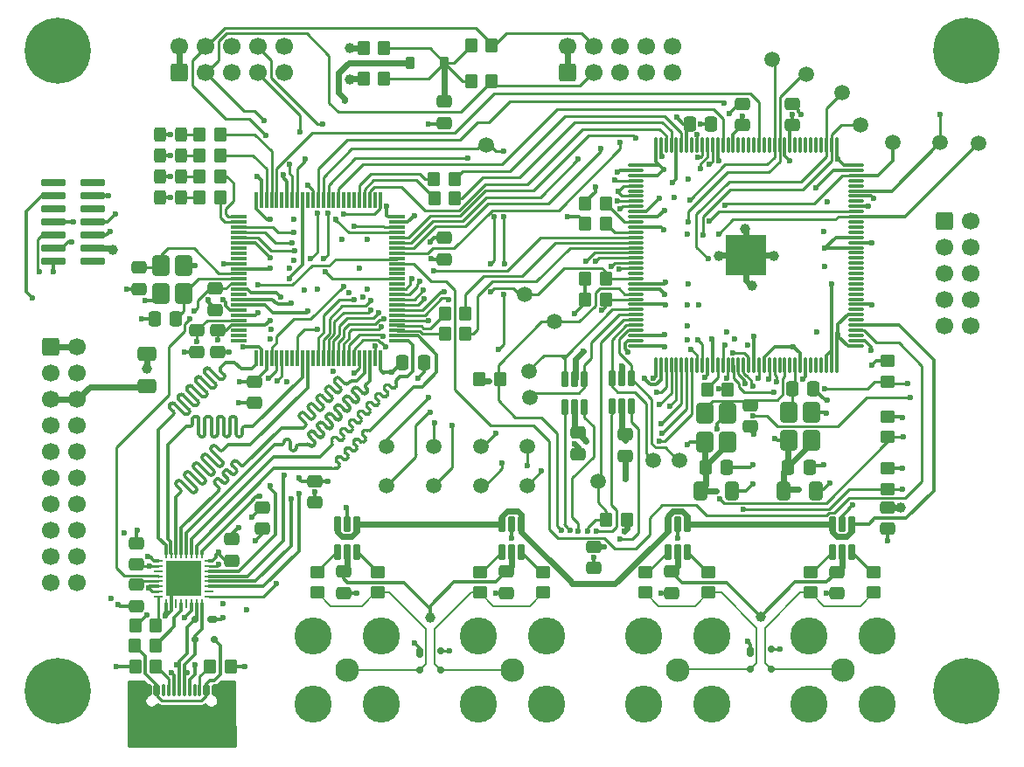
<source format=gtl>
G04 #@! TF.GenerationSoftware,KiCad,Pcbnew,9.0.5*
G04 #@! TF.CreationDate,2025-10-23T02:28:29+02:00*
G04 #@! TF.ProjectId,main-board,6d61696e-2d62-46f6-9172-642e6b696361,1.0a*
G04 #@! TF.SameCoordinates,Original*
G04 #@! TF.FileFunction,Copper,L1,Top*
G04 #@! TF.FilePolarity,Positive*
%FSLAX46Y46*%
G04 Gerber Fmt 4.6, Leading zero omitted, Abs format (unit mm)*
G04 Created by KiCad (PCBNEW 9.0.5) date 2025-10-23 02:28:29*
%MOMM*%
%LPD*%
G01*
G04 APERTURE LIST*
G04 Aperture macros list*
%AMRoundRect*
0 Rectangle with rounded corners*
0 $1 Rounding radius*
0 $2 $3 $4 $5 $6 $7 $8 $9 X,Y pos of 4 corners*
0 Add a 4 corners polygon primitive as box body*
4,1,4,$2,$3,$4,$5,$6,$7,$8,$9,$2,$3,0*
0 Add four circle primitives for the rounded corners*
1,1,$1+$1,$2,$3*
1,1,$1+$1,$4,$5*
1,1,$1+$1,$6,$7*
1,1,$1+$1,$8,$9*
0 Add four rect primitives between the rounded corners*
20,1,$1+$1,$2,$3,$4,$5,0*
20,1,$1+$1,$4,$5,$6,$7,0*
20,1,$1+$1,$6,$7,$8,$9,0*
20,1,$1+$1,$8,$9,$2,$3,0*%
G04 Aperture macros list end*
G04 #@! TA.AperFunction,SMDPad,CuDef*
%ADD10RoundRect,0.250000X-0.350000X-0.450000X0.350000X-0.450000X0.350000X0.450000X-0.350000X0.450000X0*%
G04 #@! TD*
G04 #@! TA.AperFunction,SMDPad,CuDef*
%ADD11RoundRect,0.250000X0.475000X-0.337500X0.475000X0.337500X-0.475000X0.337500X-0.475000X-0.337500X0*%
G04 #@! TD*
G04 #@! TA.AperFunction,SMDPad,CuDef*
%ADD12RoundRect,0.162500X-0.162500X0.617500X-0.162500X-0.617500X0.162500X-0.617500X0.162500X0.617500X0*%
G04 #@! TD*
G04 #@! TA.AperFunction,SMDPad,CuDef*
%ADD13RoundRect,0.175000X-0.175000X-0.325000X0.175000X-0.325000X0.175000X0.325000X-0.175000X0.325000X0*%
G04 #@! TD*
G04 #@! TA.AperFunction,SMDPad,CuDef*
%ADD14RoundRect,0.150000X-0.200000X-0.150000X0.200000X-0.150000X0.200000X0.150000X-0.200000X0.150000X0*%
G04 #@! TD*
G04 #@! TA.AperFunction,SMDPad,CuDef*
%ADD15RoundRect,0.250000X-0.450000X0.350000X-0.450000X-0.350000X0.450000X-0.350000X0.450000X0.350000X0*%
G04 #@! TD*
G04 #@! TA.AperFunction,SMDPad,CuDef*
%ADD16RoundRect,0.250000X-0.337500X-0.475000X0.337500X-0.475000X0.337500X0.475000X-0.337500X0.475000X0*%
G04 #@! TD*
G04 #@! TA.AperFunction,SMDPad,CuDef*
%ADD17RoundRect,0.250000X0.450000X-0.350000X0.450000X0.350000X-0.450000X0.350000X-0.450000X-0.350000X0*%
G04 #@! TD*
G04 #@! TA.AperFunction,SMDPad,CuDef*
%ADD18RoundRect,0.250000X-0.475000X0.337500X-0.475000X-0.337500X0.475000X-0.337500X0.475000X0.337500X0*%
G04 #@! TD*
G04 #@! TA.AperFunction,SMDPad,CuDef*
%ADD19RoundRect,0.250000X0.575000X-0.725000X0.575000X0.725000X-0.575000X0.725000X-0.575000X-0.725000X0*%
G04 #@! TD*
G04 #@! TA.AperFunction,SMDPad,CuDef*
%ADD20RoundRect,0.062500X0.062500X-0.375000X0.062500X0.375000X-0.062500X0.375000X-0.062500X-0.375000X0*%
G04 #@! TD*
G04 #@! TA.AperFunction,SMDPad,CuDef*
%ADD21RoundRect,0.062500X0.375000X-0.062500X0.375000X0.062500X-0.375000X0.062500X-0.375000X-0.062500X0*%
G04 #@! TD*
G04 #@! TA.AperFunction,HeatsinkPad*
%ADD22R,3.450000X3.450000*%
G04 #@! TD*
G04 #@! TA.AperFunction,SMDPad,CuDef*
%ADD23RoundRect,0.150000X-0.150000X-0.425000X0.150000X-0.425000X0.150000X0.425000X-0.150000X0.425000X0*%
G04 #@! TD*
G04 #@! TA.AperFunction,SMDPad,CuDef*
%ADD24RoundRect,0.075000X-0.075000X-0.500000X0.075000X-0.500000X0.075000X0.500000X-0.075000X0.500000X0*%
G04 #@! TD*
G04 #@! TA.AperFunction,HeatsinkPad*
%ADD25O,1.000000X2.100000*%
G04 #@! TD*
G04 #@! TA.AperFunction,HeatsinkPad*
%ADD26O,1.000000X1.800000*%
G04 #@! TD*
G04 #@! TA.AperFunction,ComponentPad*
%ADD27C,2.300000*%
G04 #@! TD*
G04 #@! TA.AperFunction,ComponentPad*
%ADD28C,3.600000*%
G04 #@! TD*
G04 #@! TA.AperFunction,ComponentPad*
%ADD29RoundRect,0.250000X-0.600000X-0.600000X0.600000X-0.600000X0.600000X0.600000X-0.600000X0.600000X0*%
G04 #@! TD*
G04 #@! TA.AperFunction,ComponentPad*
%ADD30C,1.700000*%
G04 #@! TD*
G04 #@! TA.AperFunction,SMDPad,CuDef*
%ADD31RoundRect,0.175000X-0.325000X0.175000X-0.325000X-0.175000X0.325000X-0.175000X0.325000X0.175000X0*%
G04 #@! TD*
G04 #@! TA.AperFunction,SMDPad,CuDef*
%ADD32RoundRect,0.150000X-0.150000X0.200000X-0.150000X-0.200000X0.150000X-0.200000X0.150000X0.200000X0*%
G04 #@! TD*
G04 #@! TA.AperFunction,SMDPad,CuDef*
%ADD33RoundRect,0.250000X-0.412500X-0.650000X0.412500X-0.650000X0.412500X0.650000X-0.412500X0.650000X0*%
G04 #@! TD*
G04 #@! TA.AperFunction,ComponentPad*
%ADD34C,6.400000*%
G04 #@! TD*
G04 #@! TA.AperFunction,SMDPad,CuDef*
%ADD35RoundRect,0.112500X1.037500X-0.262500X1.037500X0.262500X-1.037500X0.262500X-1.037500X-0.262500X0*%
G04 #@! TD*
G04 #@! TA.AperFunction,ComponentPad*
%ADD36RoundRect,0.250000X0.600000X-0.600000X0.600000X0.600000X-0.600000X0.600000X-0.600000X-0.600000X0*%
G04 #@! TD*
G04 #@! TA.AperFunction,SMDPad,CuDef*
%ADD37C,1.500000*%
G04 #@! TD*
G04 #@! TA.AperFunction,SMDPad,CuDef*
%ADD38RoundRect,0.250000X0.337500X0.475000X-0.337500X0.475000X-0.337500X-0.475000X0.337500X-0.475000X0*%
G04 #@! TD*
G04 #@! TA.AperFunction,SMDPad,CuDef*
%ADD39RoundRect,0.250000X0.350000X0.450000X-0.350000X0.450000X-0.350000X-0.450000X0.350000X-0.450000X0*%
G04 #@! TD*
G04 #@! TA.AperFunction,SMDPad,CuDef*
%ADD40RoundRect,0.250000X-0.325000X-0.450000X0.325000X-0.450000X0.325000X0.450000X-0.325000X0.450000X0*%
G04 #@! TD*
G04 #@! TA.AperFunction,SMDPad,CuDef*
%ADD41RoundRect,0.225000X0.225000X0.375000X-0.225000X0.375000X-0.225000X-0.375000X0.225000X-0.375000X0*%
G04 #@! TD*
G04 #@! TA.AperFunction,SMDPad,CuDef*
%ADD42RoundRect,0.250000X0.650000X-0.412500X0.650000X0.412500X-0.650000X0.412500X-0.650000X-0.412500X0*%
G04 #@! TD*
G04 #@! TA.AperFunction,SMDPad,CuDef*
%ADD43RoundRect,0.075000X0.075000X-0.662500X0.075000X0.662500X-0.075000X0.662500X-0.075000X-0.662500X0*%
G04 #@! TD*
G04 #@! TA.AperFunction,SMDPad,CuDef*
%ADD44RoundRect,0.075000X0.662500X-0.075000X0.662500X0.075000X-0.662500X0.075000X-0.662500X-0.075000X0*%
G04 #@! TD*
G04 #@! TA.AperFunction,HeatsinkPad*
%ADD45R,4.000000X4.000000*%
G04 #@! TD*
G04 #@! TA.AperFunction,SMDPad,CuDef*
%ADD46RoundRect,0.075000X-0.725000X-0.075000X0.725000X-0.075000X0.725000X0.075000X-0.725000X0.075000X0*%
G04 #@! TD*
G04 #@! TA.AperFunction,SMDPad,CuDef*
%ADD47RoundRect,0.075000X-0.075000X-0.725000X0.075000X-0.725000X0.075000X0.725000X-0.075000X0.725000X0*%
G04 #@! TD*
G04 #@! TA.AperFunction,ViaPad*
%ADD48C,0.600000*%
G04 #@! TD*
G04 #@! TA.AperFunction,ViaPad*
%ADD49C,1.000000*%
G04 #@! TD*
G04 #@! TA.AperFunction,Conductor*
%ADD50C,0.349250*%
G04 #@! TD*
G04 #@! TA.AperFunction,Conductor*
%ADD51C,0.250000*%
G04 #@! TD*
G04 #@! TA.AperFunction,Conductor*
%ADD52C,0.600000*%
G04 #@! TD*
G04 #@! TA.AperFunction,Conductor*
%ADD53C,0.350000*%
G04 #@! TD*
G04 #@! TA.AperFunction,Conductor*
%ADD54C,0.315468*%
G04 #@! TD*
G04 #@! TA.AperFunction,Conductor*
%ADD55C,0.160000*%
G04 #@! TD*
G04 APERTURE END LIST*
D10*
X100169200Y-76581000D03*
X102169200Y-76581000D03*
D11*
X125647200Y-51964500D03*
X125647200Y-49889500D03*
D12*
X104245200Y-90598000D03*
X103295200Y-90598000D03*
X102345200Y-90598000D03*
X102345200Y-93298000D03*
X103295200Y-93298000D03*
X104245200Y-93298000D03*
D13*
X94437200Y-103070000D03*
D14*
X94437200Y-104770000D03*
X96437200Y-104770000D03*
X96437200Y-102870000D03*
D15*
X138347200Y-95266000D03*
X138347200Y-97266000D03*
D16*
X122069700Y-85090000D03*
X124144700Y-85090000D03*
D17*
X139744200Y-76803000D03*
X139744200Y-74803000D03*
D18*
X79165200Y-89005500D03*
X79165200Y-91080500D03*
D19*
X124207200Y-82655000D03*
X124207200Y-79905000D03*
X122007200Y-79905000D03*
X122007200Y-82655000D03*
D20*
X69823200Y-98347000D03*
X70323200Y-98347000D03*
X70823200Y-98347000D03*
X71323200Y-98347000D03*
X71823200Y-98347000D03*
X72323200Y-98347000D03*
X72823200Y-98347000D03*
X73323200Y-98347000D03*
D21*
X74010700Y-97659500D03*
X74010700Y-97159500D03*
X74010700Y-96659500D03*
X74010700Y-96159500D03*
X74010700Y-95659500D03*
X74010700Y-95159500D03*
X74010700Y-94659500D03*
X74010700Y-94159500D03*
D20*
X73323200Y-93472000D03*
X72823200Y-93472000D03*
X72323200Y-93472000D03*
X71823200Y-93472000D03*
X71323200Y-93472000D03*
X70823200Y-93472000D03*
X70323200Y-93472000D03*
X69823200Y-93472000D03*
D21*
X69135700Y-94159500D03*
X69135700Y-94659500D03*
X69135700Y-95159500D03*
X69135700Y-95659500D03*
X69135700Y-96159500D03*
X69135700Y-96659500D03*
X69135700Y-97159500D03*
X69135700Y-97659500D03*
D22*
X71573200Y-95909500D03*
D10*
X73101200Y-52832000D03*
X75101200Y-52832000D03*
D23*
X68159200Y-106682000D03*
X68959200Y-106682000D03*
D24*
X70109200Y-106682000D03*
X71109200Y-106682000D03*
X71609200Y-106682000D03*
X72609200Y-106682000D03*
D23*
X73759200Y-106682000D03*
X74559200Y-106682000D03*
X74559200Y-106682000D03*
X73759200Y-106682000D03*
D24*
X73109200Y-106682000D03*
X72109200Y-106682000D03*
X70609200Y-106682000D03*
X69609200Y-106682000D03*
D23*
X68959200Y-106682000D03*
X68159200Y-106682000D03*
D25*
X67039200Y-107257000D03*
D26*
X67039200Y-111437000D03*
D25*
X75679200Y-107257000D03*
D26*
X75679200Y-111437000D03*
D27*
X103359200Y-104762000D03*
D28*
X106659200Y-108062000D03*
X106659200Y-101462000D03*
X100059200Y-108062000D03*
X100059200Y-101462000D03*
D10*
X73085200Y-54864000D03*
X75085200Y-54864000D03*
D15*
X100247200Y-95266000D03*
X100247200Y-97266000D03*
D29*
X145205200Y-61214000D03*
D30*
X147745200Y-61214000D03*
X145205200Y-63754000D03*
X147745200Y-63754000D03*
X145205200Y-66294000D03*
X147745200Y-66294000D03*
X145205200Y-68834000D03*
X147745200Y-68834000D03*
X145205200Y-71374000D03*
X147745200Y-71374000D03*
D31*
X74327200Y-99838000D03*
D32*
X72627200Y-99838000D03*
X72627200Y-101838000D03*
X74527200Y-101838000D03*
D33*
X129634200Y-87376000D03*
X132759200Y-87376000D03*
D34*
X147359200Y-44762000D03*
D19*
X71545200Y-68282000D03*
X71545200Y-65532000D03*
X69345200Y-65532000D03*
X69345200Y-68282000D03*
D35*
X62782200Y-65151000D03*
X58972200Y-65151000D03*
X62782200Y-63881000D03*
X58972200Y-63881000D03*
X62782200Y-62611000D03*
X58972200Y-62611000D03*
X62782200Y-61341000D03*
X58972200Y-61341000D03*
X62782200Y-60071000D03*
X58972200Y-60071000D03*
X62782200Y-58801000D03*
X58972200Y-58801000D03*
X62782200Y-57531000D03*
X58972200Y-57531000D03*
D34*
X59359200Y-44762000D03*
D36*
X108756200Y-46863000D03*
D30*
X108756200Y-44323000D03*
X111296200Y-46863000D03*
X111296200Y-44323000D03*
X113836200Y-46863000D03*
X113836200Y-44323000D03*
X116376200Y-46863000D03*
X116376200Y-44323000D03*
X118916200Y-46863000D03*
X118916200Y-44323000D03*
D10*
X66878200Y-100457000D03*
X68878200Y-100457000D03*
D37*
X128568200Y-45593000D03*
D29*
X58718200Y-73406000D03*
D30*
X61258200Y-73406000D03*
X58718200Y-75946000D03*
X61258200Y-75946000D03*
X58718200Y-78486000D03*
X61258200Y-78486000D03*
X58718200Y-81026000D03*
X61258200Y-81026000D03*
X58718200Y-83566000D03*
X61258200Y-83566000D03*
X58718200Y-86106000D03*
X61258200Y-86106000D03*
X58718200Y-88646000D03*
X61258200Y-88646000D03*
X58718200Y-91186000D03*
X61258200Y-91186000D03*
X58718200Y-93726000D03*
X61258200Y-93726000D03*
X58718200Y-96266000D03*
X61258200Y-96266000D03*
D10*
X110439200Y-59563000D03*
X112439200Y-59563000D03*
D15*
X90341200Y-95266000D03*
X90341200Y-97266000D03*
D11*
X96818200Y-64940000D03*
X96818200Y-62865000D03*
D18*
X87039200Y-95228500D03*
X87039200Y-97303500D03*
D38*
X70804700Y-70739000D03*
X68729700Y-70739000D03*
D37*
X105022400Y-75844400D03*
D10*
X73101200Y-56896000D03*
X75101200Y-56896000D03*
D11*
X76244200Y-94150000D03*
X76244200Y-92075000D03*
D12*
X114913200Y-76501000D03*
X113963200Y-76501000D03*
X113013200Y-76501000D03*
X113013200Y-79201000D03*
X113963200Y-79201000D03*
X114913200Y-79201000D03*
D37*
X104819200Y-83058000D03*
X100330200Y-83058000D03*
D11*
X130473200Y-51964500D03*
X130473200Y-49889500D03*
D39*
X68846200Y-102362000D03*
X66846200Y-102362000D03*
D18*
X74847200Y-71860500D03*
X74847200Y-73935500D03*
D37*
X104565200Y-68326000D03*
D34*
X147359200Y-106762000D03*
D37*
X144824200Y-53594000D03*
D18*
X134791200Y-95250000D03*
X134791200Y-97325000D03*
D37*
X100374200Y-86868000D03*
X95802200Y-86868000D03*
D18*
X84245200Y-86465500D03*
X84245200Y-88540500D03*
X72815200Y-71860500D03*
X72815200Y-73935500D03*
D34*
X59359200Y-106762000D03*
D10*
X95802200Y-57150000D03*
X97802200Y-57150000D03*
D15*
X106343200Y-95266000D03*
X106343200Y-97266000D03*
D39*
X101374200Y-47656000D03*
X99374200Y-47656000D03*
D27*
X119359200Y-104762000D03*
D28*
X122659200Y-108062000D03*
X122659200Y-101462000D03*
X116059200Y-108062000D03*
X116059200Y-101462000D03*
D10*
X74101200Y-104394000D03*
X76101200Y-104394000D03*
D18*
X111296200Y-92815500D03*
X111296200Y-94890500D03*
D37*
X137077200Y-51943000D03*
D18*
X74593200Y-67796500D03*
X74593200Y-69871500D03*
D15*
X139744200Y-85233000D03*
X139744200Y-87233000D03*
D37*
X107460800Y-71018400D03*
D10*
X96834200Y-70231000D03*
X98834200Y-70231000D03*
D18*
X109746800Y-81766500D03*
X109746800Y-83841500D03*
D39*
X114471200Y-90170000D03*
X112471200Y-90170000D03*
D15*
X116249200Y-95266000D03*
X116249200Y-97266000D03*
D37*
X131870200Y-46990000D03*
D11*
X66973200Y-94531000D03*
X66973200Y-92456000D03*
D18*
X114344200Y-81915000D03*
X114344200Y-83990000D03*
D15*
X122345200Y-95266000D03*
X122345200Y-97266000D03*
D16*
X120545700Y-51816000D03*
X122620700Y-51816000D03*
D40*
X69250200Y-52832000D03*
X71300200Y-52832000D03*
D10*
X88976200Y-47402000D03*
X90976200Y-47402000D03*
X110439200Y-66802000D03*
X112439200Y-66802000D03*
D36*
X71164200Y-46863000D03*
D30*
X71164200Y-44323000D03*
X73704200Y-46863000D03*
X73704200Y-44323000D03*
X76244200Y-46863000D03*
X76244200Y-44323000D03*
X78784200Y-46863000D03*
X78784200Y-44323000D03*
X81324200Y-46863000D03*
X81324200Y-44323000D03*
D37*
X135299200Y-48768000D03*
D16*
X92732700Y-74930000D03*
X94807700Y-74930000D03*
D41*
X96816200Y-45878000D03*
X93516200Y-45878000D03*
D40*
X69250200Y-56896000D03*
X71300200Y-56896000D03*
D37*
X119551200Y-84455000D03*
X95780200Y-83058000D03*
D13*
X126441200Y-102948000D03*
D14*
X126441200Y-104648000D03*
X128441200Y-104648000D03*
X128441200Y-102748000D03*
D12*
X120313200Y-90598000D03*
X119363200Y-90598000D03*
X118413200Y-90598000D03*
X118413200Y-93298000D03*
X119363200Y-93298000D03*
X120313200Y-93298000D03*
D37*
X104819200Y-86868000D03*
X105073200Y-78359000D03*
X148507200Y-53721000D03*
X111677200Y-86487000D03*
D40*
X69250200Y-54864000D03*
X71300200Y-54864000D03*
D15*
X132251200Y-95266000D03*
X132251200Y-97266000D03*
D42*
X67989200Y-77254500D03*
X67989200Y-74129500D03*
D37*
X91230200Y-83058000D03*
X100882200Y-53848000D03*
D18*
X96818200Y-49657000D03*
X96818200Y-51732000D03*
D10*
X73085200Y-58928000D03*
X75085200Y-58928000D03*
D18*
X102787200Y-95228500D03*
X102787200Y-97303500D03*
D27*
X135359200Y-104762000D03*
D28*
X138659200Y-108062000D03*
X138659200Y-101462000D03*
X132059200Y-108062000D03*
X132059200Y-101462000D03*
D19*
X132335200Y-82528000D03*
X132335200Y-79778000D03*
X130135200Y-79778000D03*
X130135200Y-82528000D03*
D15*
X139744200Y-80169000D03*
X139744200Y-82169000D03*
D10*
X88976200Y-44452000D03*
X90976200Y-44452000D03*
X95818200Y-59055000D03*
X97818200Y-59055000D03*
X110423200Y-68834000D03*
X112423200Y-68834000D03*
D39*
X68862200Y-104394000D03*
X66862200Y-104394000D03*
D43*
X117254200Y-75238500D03*
X117754200Y-75238500D03*
X118254200Y-75238500D03*
X118754200Y-75238500D03*
X119254200Y-75238500D03*
X119754200Y-75238500D03*
X120254200Y-75238500D03*
X120754200Y-75238500D03*
X121254200Y-75238500D03*
X121754200Y-75238500D03*
X122254200Y-75238500D03*
X122754200Y-75238500D03*
X123254200Y-75238500D03*
X123754200Y-75238500D03*
X124254200Y-75238500D03*
X124754200Y-75238500D03*
X125254200Y-75238500D03*
X125754200Y-75238500D03*
X126254200Y-75238500D03*
X126754200Y-75238500D03*
X127254200Y-75238500D03*
X127754200Y-75238500D03*
X128254200Y-75238500D03*
X128754200Y-75238500D03*
X129254200Y-75238500D03*
X129754200Y-75238500D03*
X130254200Y-75238500D03*
X130754200Y-75238500D03*
X131254200Y-75238500D03*
X131754200Y-75238500D03*
X132254200Y-75238500D03*
X132754200Y-75238500D03*
X133254200Y-75238500D03*
X133754200Y-75238500D03*
X134254200Y-75238500D03*
X134754200Y-75238500D03*
D44*
X136666700Y-73326000D03*
X136666700Y-72826000D03*
X136666700Y-72326000D03*
X136666700Y-71826000D03*
X136666700Y-71326000D03*
X136666700Y-70826000D03*
X136666700Y-70326000D03*
X136666700Y-69826000D03*
X136666700Y-69326000D03*
X136666700Y-68826000D03*
X136666700Y-68326000D03*
X136666700Y-67826000D03*
X136666700Y-67326000D03*
X136666700Y-66826000D03*
X136666700Y-66326000D03*
X136666700Y-65826000D03*
X136666700Y-65326000D03*
X136666700Y-64826000D03*
X136666700Y-64326000D03*
X136666700Y-63826000D03*
X136666700Y-63326000D03*
X136666700Y-62826000D03*
X136666700Y-62326000D03*
X136666700Y-61826000D03*
X136666700Y-61326000D03*
X136666700Y-60826000D03*
X136666700Y-60326000D03*
X136666700Y-59826000D03*
X136666700Y-59326000D03*
X136666700Y-58826000D03*
X136666700Y-58326000D03*
X136666700Y-57826000D03*
X136666700Y-57326000D03*
X136666700Y-56826000D03*
X136666700Y-56326000D03*
X136666700Y-55826000D03*
D43*
X134754200Y-53913500D03*
X134254200Y-53913500D03*
X133754200Y-53913500D03*
X133254200Y-53913500D03*
X132754200Y-53913500D03*
X132254200Y-53913500D03*
X131754200Y-53913500D03*
X131254200Y-53913500D03*
X130754200Y-53913500D03*
X130254200Y-53913500D03*
X129754200Y-53913500D03*
X129254200Y-53913500D03*
X128754200Y-53913500D03*
X128254200Y-53913500D03*
X127754200Y-53913500D03*
X127254200Y-53913500D03*
X126754200Y-53913500D03*
X126254200Y-53913500D03*
X125754200Y-53913500D03*
X125254200Y-53913500D03*
X124754200Y-53913500D03*
X124254200Y-53913500D03*
X123754200Y-53913500D03*
X123254200Y-53913500D03*
X122754200Y-53913500D03*
X122254200Y-53913500D03*
X121754200Y-53913500D03*
X121254200Y-53913500D03*
X120754200Y-53913500D03*
X120254200Y-53913500D03*
X119754200Y-53913500D03*
X119254200Y-53913500D03*
X118754200Y-53913500D03*
X118254200Y-53913500D03*
X117754200Y-53913500D03*
X117254200Y-53913500D03*
D44*
X115341700Y-55826000D03*
X115341700Y-56326000D03*
X115341700Y-56826000D03*
X115341700Y-57326000D03*
X115341700Y-57826000D03*
X115341700Y-58326000D03*
X115341700Y-58826000D03*
X115341700Y-59326000D03*
X115341700Y-59826000D03*
X115341700Y-60326000D03*
X115341700Y-60826000D03*
X115341700Y-61326000D03*
X115341700Y-61826000D03*
X115341700Y-62326000D03*
X115341700Y-62826000D03*
X115341700Y-63326000D03*
X115341700Y-63826000D03*
X115341700Y-64326000D03*
X115341700Y-64826000D03*
X115341700Y-65326000D03*
X115341700Y-65826000D03*
X115341700Y-66326000D03*
X115341700Y-66826000D03*
X115341700Y-67326000D03*
X115341700Y-67826000D03*
X115341700Y-68326000D03*
X115341700Y-68826000D03*
X115341700Y-69326000D03*
X115341700Y-69826000D03*
X115341700Y-70326000D03*
X115341700Y-70826000D03*
X115341700Y-71326000D03*
X115341700Y-71826000D03*
X115341700Y-72326000D03*
X115341700Y-72826000D03*
X115341700Y-73326000D03*
D45*
X126004200Y-64576000D03*
D40*
X69250200Y-58928000D03*
X71300200Y-58928000D03*
D16*
X130092200Y-85090000D03*
X132167200Y-85090000D03*
D37*
X117011200Y-84455000D03*
D15*
X84499200Y-95266000D03*
X84499200Y-97266000D03*
D18*
X67227200Y-65743000D03*
X67227200Y-67818000D03*
D10*
X96834200Y-72136000D03*
X98834200Y-72136000D03*
D39*
X124234200Y-77597000D03*
X122234200Y-77597000D03*
D12*
X110356400Y-76548000D03*
X109406400Y-76548000D03*
X108456400Y-76548000D03*
X108456400Y-79248000D03*
X109406400Y-79248000D03*
X110356400Y-79248000D03*
X136249200Y-90598000D03*
X135299200Y-90598000D03*
X134349200Y-90598000D03*
X134349200Y-93298000D03*
X135299200Y-93298000D03*
X136249200Y-93298000D03*
D33*
X121544700Y-87376000D03*
X124669700Y-87376000D03*
D10*
X110439200Y-61468000D03*
X112439200Y-61468000D03*
D16*
X130451700Y-77470000D03*
X132526700Y-77470000D03*
D18*
X66973200Y-96498500D03*
X66973200Y-98573500D03*
X78403200Y-76813500D03*
X78403200Y-78888500D03*
X118789200Y-95228500D03*
X118789200Y-97303500D03*
D37*
X91230200Y-86868000D03*
D18*
X126409200Y-79099500D03*
X126409200Y-81174500D03*
X139744200Y-88984000D03*
X139744200Y-91059000D03*
D37*
X140252200Y-53594000D03*
D12*
X88309200Y-90598000D03*
X87359200Y-90598000D03*
X86409200Y-90598000D03*
X86409200Y-93298000D03*
X87359200Y-93298000D03*
X88309200Y-93298000D03*
D46*
X76888200Y-60857000D03*
X76888200Y-61357000D03*
X76888200Y-61857000D03*
X76888200Y-62357000D03*
X76888200Y-62857000D03*
X76888200Y-63357000D03*
X76888200Y-63857000D03*
X76888200Y-64357000D03*
X76888200Y-64857000D03*
X76888200Y-65357000D03*
X76888200Y-65857000D03*
X76888200Y-66357000D03*
X76888200Y-66857000D03*
X76888200Y-67357000D03*
X76888200Y-67857000D03*
X76888200Y-68357000D03*
X76888200Y-68857000D03*
X76888200Y-69357000D03*
X76888200Y-69857000D03*
X76888200Y-70357000D03*
X76888200Y-70857000D03*
X76888200Y-71357000D03*
X76888200Y-71857000D03*
X76888200Y-72357000D03*
X76888200Y-72857000D03*
D47*
X78563200Y-74532000D03*
X79063200Y-74532000D03*
X79563200Y-74532000D03*
X80063200Y-74532000D03*
X80563200Y-74532000D03*
X81063200Y-74532000D03*
X81563200Y-74532000D03*
X82063200Y-74532000D03*
X82563200Y-74532000D03*
X83063200Y-74532000D03*
X83563200Y-74532000D03*
X84063200Y-74532000D03*
X84563200Y-74532000D03*
X85063200Y-74532000D03*
X85563200Y-74532000D03*
X86063200Y-74532000D03*
X86563200Y-74532000D03*
X87063200Y-74532000D03*
X87563200Y-74532000D03*
X88063200Y-74532000D03*
X88563200Y-74532000D03*
X89063200Y-74532000D03*
X89563200Y-74532000D03*
X90063200Y-74532000D03*
X90563200Y-74532000D03*
D46*
X92238200Y-72857000D03*
X92238200Y-72357000D03*
X92238200Y-71857000D03*
X92238200Y-71357000D03*
X92238200Y-70857000D03*
X92238200Y-70357000D03*
X92238200Y-69857000D03*
X92238200Y-69357000D03*
X92238200Y-68857000D03*
X92238200Y-68357000D03*
X92238200Y-67857000D03*
X92238200Y-67357000D03*
X92238200Y-66857000D03*
X92238200Y-66357000D03*
X92238200Y-65857000D03*
X92238200Y-65357000D03*
X92238200Y-64857000D03*
X92238200Y-64357000D03*
X92238200Y-63857000D03*
X92238200Y-63357000D03*
X92238200Y-62857000D03*
X92238200Y-62357000D03*
X92238200Y-61857000D03*
X92238200Y-61357000D03*
X92238200Y-60857000D03*
D47*
X90563200Y-59182000D03*
X90063200Y-59182000D03*
X89563200Y-59182000D03*
X89063200Y-59182000D03*
X88563200Y-59182000D03*
X88063200Y-59182000D03*
X87563200Y-59182000D03*
X87063200Y-59182000D03*
X86563200Y-59182000D03*
X86063200Y-59182000D03*
X85563200Y-59182000D03*
X85063200Y-59182000D03*
X84563200Y-59182000D03*
X84063200Y-59182000D03*
X83563200Y-59182000D03*
X83063200Y-59182000D03*
X82563200Y-59182000D03*
X82063200Y-59182000D03*
X81563200Y-59182000D03*
X81063200Y-59182000D03*
X80563200Y-59182000D03*
X80063200Y-59182000D03*
X79563200Y-59182000D03*
X79063200Y-59182000D03*
X78563200Y-59182000D03*
D27*
X87359200Y-104762000D03*
D28*
X90659200Y-108062000D03*
X90659200Y-101462000D03*
X84059200Y-108062000D03*
X84059200Y-101462000D03*
D39*
X101374200Y-44227000D03*
X99374200Y-44227000D03*
D48*
X79736700Y-76517500D03*
X79915575Y-86868000D03*
X131108200Y-87249000D03*
X91230200Y-59817000D03*
X118154200Y-73406000D03*
X141141200Y-85217000D03*
X85515200Y-86487000D03*
X78149200Y-89916000D03*
X133648200Y-63881000D03*
X72815200Y-72898000D03*
X109391200Y-70231000D03*
X87166200Y-49530000D03*
X74847200Y-72771000D03*
X118027200Y-56261000D03*
D49*
X64687200Y-64071000D03*
D48*
X117011200Y-76454000D03*
X79927200Y-64770000D03*
X134918200Y-55245000D03*
X112312200Y-92815500D03*
X134918200Y-72263000D03*
X108756200Y-60833000D03*
X82721200Y-86106000D03*
X86023200Y-75819000D03*
X79905700Y-61087000D03*
X77006200Y-76835000D03*
X118027200Y-62103000D03*
X120313200Y-82931000D03*
X141141200Y-80264000D03*
X68148200Y-96774000D03*
X117646200Y-59055000D03*
X113963200Y-80391000D03*
X74974200Y-93345000D03*
X118218700Y-69342000D03*
X68116200Y-93726000D03*
X119297200Y-51181000D03*
X111423200Y-57912000D03*
X88563200Y-65786000D03*
X83229200Y-67945000D03*
D49*
X141014200Y-89027000D03*
D48*
X71672200Y-99695000D03*
X125647200Y-51054000D03*
X128822200Y-82296000D03*
X137839200Y-59817000D03*
X122726200Y-72644000D03*
X91738200Y-75924500D03*
X130600200Y-73406000D03*
X79927200Y-72644000D03*
X79905700Y-65786000D03*
X130473200Y-50927000D03*
X79927200Y-70866000D03*
X123107200Y-87376000D03*
X75355200Y-98298000D03*
X121456200Y-69342000D03*
X118218700Y-67183000D03*
X123361200Y-77470000D03*
X75355200Y-68834000D03*
X95548200Y-64897000D03*
X118154200Y-72263000D03*
X110536842Y-82578042D03*
X80942492Y-68579293D03*
X81283575Y-85891625D03*
X122345200Y-64897000D03*
X95285200Y-70857000D03*
X123996200Y-59690000D03*
X97199200Y-68834000D03*
X96818200Y-68072000D03*
X121837200Y-62611000D03*
X123361200Y-62484000D03*
X94833707Y-68754507D03*
X125774200Y-89154000D03*
X125901200Y-76962000D03*
X141141200Y-87249000D03*
X126663200Y-77216000D03*
X126663200Y-80137000D03*
X141903200Y-78359000D03*
X128695200Y-77851000D03*
X133648200Y-77470000D03*
X141649200Y-76962000D03*
X123488200Y-88138000D03*
X141268200Y-82169000D03*
X124162119Y-76447000D03*
X99104200Y-55118000D03*
X101644200Y-60833000D03*
X101263200Y-68072000D03*
X101263200Y-65405000D03*
X102533200Y-60833000D03*
X102533200Y-54483000D03*
X102025200Y-73660000D03*
X102660200Y-65405000D03*
X112058200Y-69850000D03*
X102533200Y-68326000D03*
X123869200Y-49784000D03*
X144824200Y-50927000D03*
X67100200Y-91186000D03*
X119424200Y-91948000D03*
X82213200Y-61087000D03*
X126663200Y-86741000D03*
X138347200Y-59055000D03*
X84499200Y-67818000D03*
X120440200Y-67310000D03*
X81538575Y-76835000D03*
X139744200Y-92202000D03*
X123210583Y-81369831D03*
X133851431Y-59371674D03*
X114217200Y-91313000D03*
X109391200Y-82804000D03*
X121583200Y-51816000D03*
X77347575Y-73457000D03*
X66084200Y-67818000D03*
D49*
X67989200Y-75565000D03*
D48*
X118154200Y-68326000D03*
X89325200Y-62992000D03*
X70275200Y-56896000D03*
X87547200Y-68199000D03*
X81797396Y-65786000D03*
X121978508Y-76405341D03*
X70275200Y-52832000D03*
X133902200Y-78613000D03*
X120440200Y-57150000D03*
X134156200Y-86614000D03*
X71672200Y-73914000D03*
X65195200Y-98425000D03*
X76879200Y-90932000D03*
X133751200Y-97346941D03*
X131489200Y-76581000D03*
X67989200Y-99441000D03*
X120313200Y-71374000D03*
X126663200Y-84836000D03*
X70275200Y-54864000D03*
X114597229Y-73919776D03*
D49*
X126605200Y-67500290D03*
D48*
X93897200Y-60706000D03*
X138220200Y-63373000D03*
X117749200Y-97282491D03*
X77514200Y-104394000D03*
X120313200Y-69342000D03*
X124123200Y-72009000D03*
X95421200Y-63246000D03*
X95294200Y-51816000D03*
D49*
X125944200Y-61976000D03*
D48*
X126790200Y-72390000D03*
X88309200Y-97282000D03*
X131362200Y-50927000D03*
X113645700Y-58356500D03*
X84245200Y-87503000D03*
X123361200Y-55372000D03*
X119043200Y-58928000D03*
X64941200Y-60579000D03*
X65830200Y-91440000D03*
X132886200Y-72009000D03*
X126790200Y-81915000D03*
X120313200Y-62484000D03*
X93897200Y-102108000D03*
X72688200Y-65532000D03*
X70275200Y-58928000D03*
X88944200Y-68580000D03*
X101103200Y-76708000D03*
X138144000Y-75234800D03*
X94278200Y-76454000D03*
D49*
X128738200Y-64643000D03*
D48*
X78657200Y-56896000D03*
X75990200Y-73914000D03*
X113963200Y-75311000D03*
X77641200Y-98933000D03*
X82213200Y-65024000D03*
D49*
X123404200Y-64643000D03*
D48*
X101747200Y-97346941D03*
X75355200Y-99695000D03*
X111296200Y-93853000D03*
X64306200Y-58801000D03*
X78530200Y-92202000D03*
X89325200Y-67818000D03*
X103295200Y-91948000D03*
X118091700Y-60198000D03*
X87293200Y-89027000D03*
X114344200Y-86233000D03*
X86912200Y-62992000D03*
X124377200Y-50800000D03*
X58972200Y-66167000D03*
X64560200Y-97790000D03*
X124885200Y-72644000D03*
X130219200Y-55372000D03*
X73958200Y-68834000D03*
X76879200Y-78867000D03*
X138093200Y-73787000D03*
X67862200Y-68961000D03*
X78784200Y-70104000D03*
X133521200Y-84836000D03*
X126155200Y-73279000D03*
X110204000Y-73863200D03*
X64433200Y-62230000D03*
X80054200Y-71755000D03*
X138220200Y-69342000D03*
X133775200Y-79883000D03*
X136315200Y-88773000D03*
X67481200Y-70739000D03*
X118916200Y-57531000D03*
X81197200Y-56769000D03*
X75482200Y-65405000D03*
X133521200Y-62230000D03*
X69767200Y-99520000D03*
X113582200Y-56515000D03*
X126142200Y-101981000D03*
X65068200Y-104394000D03*
X133648200Y-65659000D03*
X120313200Y-72771000D03*
X88055200Y-61722000D03*
X116135481Y-76460807D03*
X117885560Y-55011209D03*
X134283200Y-67310000D03*
X132759200Y-58039000D03*
X72561200Y-69977000D03*
X56940200Y-68707000D03*
X74974200Y-94488000D03*
X68243200Y-94659500D03*
X90063200Y-73382000D03*
X85007200Y-51816000D03*
X85515200Y-60452000D03*
X85261200Y-66167000D03*
X85134200Y-64897000D03*
X79546200Y-52959000D03*
X81832200Y-55753000D03*
X83864200Y-64897000D03*
X82848200Y-52578000D03*
X84499200Y-60452000D03*
X84499200Y-71755000D03*
X70859200Y-104262000D03*
X72609200Y-104262000D03*
X70359200Y-105012000D03*
X71859200Y-105012000D03*
D49*
X87674200Y-44450000D03*
X87674200Y-47498000D03*
X127425200Y-99564649D03*
D48*
X129330200Y-102743000D03*
X97326200Y-102870000D03*
D49*
X95421200Y-99691648D03*
D48*
X108121200Y-91186000D03*
X110661200Y-91313000D03*
X83356200Y-55245000D03*
X79355700Y-51498500D03*
X127171200Y-76454000D03*
X91103200Y-73406000D03*
X110534200Y-65151000D03*
X89706200Y-68961000D03*
X88055200Y-68834000D03*
X128949200Y-76835000D03*
X123996200Y-73279000D03*
X90722200Y-71501000D03*
X82721200Y-87630000D03*
X83610200Y-69977000D03*
X87007200Y-60579000D03*
X57575200Y-66167000D03*
X86277200Y-61087000D03*
X60750200Y-63246000D03*
X80562200Y-96393000D03*
X80591200Y-76708000D03*
X95802200Y-66040000D03*
X87039200Y-67564000D03*
X122472200Y-55753000D03*
X115360200Y-53213000D03*
X108946700Y-91249500D03*
X93643200Y-66802000D03*
X122472200Y-61214000D03*
X121231115Y-52900415D03*
X113836200Y-53594000D03*
X111931200Y-54229000D03*
X121319795Y-55101000D03*
X81959200Y-88138000D03*
X82004200Y-69215000D03*
X81816824Y-66792448D03*
X78911200Y-87884000D03*
X111423200Y-65151000D03*
X89706200Y-69850000D03*
X109772200Y-91313000D03*
X109772200Y-55245000D03*
X121583200Y-56134000D03*
X60877200Y-61341000D03*
X83610200Y-57785000D03*
X78784200Y-67418448D03*
X72180200Y-70739000D03*
X88055200Y-75946000D03*
X128187200Y-76581000D03*
X113328200Y-57277000D03*
X82213200Y-62357000D03*
X124758200Y-74041000D03*
X90849200Y-72390000D03*
X113582200Y-59309000D03*
X82086200Y-63373000D03*
X82340200Y-64135000D03*
X113836200Y-60071000D03*
X113709200Y-65913000D03*
X90976200Y-70739000D03*
X111550200Y-91313000D03*
X113776258Y-92079812D03*
X117646200Y-82550000D03*
X102406200Y-84709000D03*
X94405200Y-67056000D03*
X120567200Y-59182000D03*
X117900200Y-81788000D03*
X101771200Y-81788000D03*
X106216200Y-85471000D03*
X121329200Y-72771000D03*
X112924868Y-65636668D03*
X90468200Y-70104000D03*
X95294200Y-78359000D03*
X117392200Y-77851000D03*
X120694200Y-73660000D03*
X104819200Y-84963000D03*
X95421200Y-79756000D03*
X117646200Y-78994000D03*
X94786200Y-67945000D03*
X120440200Y-61341000D03*
X118598700Y-79184500D03*
X95865700Y-80835500D03*
X97580200Y-81026000D03*
X117773200Y-80899000D03*
D50*
X76902075Y-95163625D02*
X80469825Y-91595875D01*
X79915575Y-87110375D02*
X80469825Y-87664625D01*
D51*
X79736700Y-76517500D02*
X80563200Y-75691000D01*
D50*
X79915575Y-86868000D02*
X79915575Y-87110375D01*
X74014825Y-95163625D02*
X76902075Y-95163625D01*
X80469825Y-87664625D02*
X80469825Y-91595875D01*
D51*
X80563200Y-75691000D02*
X80563200Y-74532000D01*
D50*
X74010700Y-95159500D02*
X74014825Y-95163625D01*
X84976133Y-80817409D02*
X85222964Y-81064240D01*
X84374436Y-81912768D02*
X84374434Y-81912766D01*
X89288147Y-77492670D02*
X89211043Y-77415566D01*
X86495752Y-79791444D02*
X86495754Y-79791446D01*
X88354744Y-78765441D02*
X88439596Y-78680588D01*
X81495503Y-82393108D02*
X81615503Y-82393108D01*
X85824682Y-79968902D02*
X86071492Y-80215712D01*
X86673230Y-79120391D02*
X86920021Y-79367182D01*
X88370266Y-77423318D02*
X88617076Y-77670128D01*
X71823200Y-93472000D02*
X71823200Y-91479500D01*
X84960632Y-82159553D02*
X85045484Y-82074700D01*
X86248964Y-79205244D02*
X86333818Y-79120391D01*
X80371700Y-82931000D02*
X81015503Y-82931000D01*
X85647226Y-80639974D02*
X85400417Y-80393165D01*
X82455503Y-83228892D02*
X82455503Y-83171000D01*
X84798698Y-81488502D02*
X84551868Y-81241672D01*
X87768546Y-78518654D02*
X88015333Y-78765441D01*
X86920018Y-79367182D02*
X87166794Y-79613958D01*
X86495754Y-79791446D02*
X86248964Y-79544656D01*
X85894034Y-80886782D02*
X85647224Y-80639972D01*
X88192810Y-78094390D02*
X87946001Y-77847581D01*
X71823200Y-91479500D02*
X80371700Y-82931000D01*
X83703397Y-81750844D02*
X83788249Y-81665993D01*
X84374434Y-81912766D02*
X84621221Y-82159553D01*
X82095503Y-83468892D02*
X82215503Y-83468892D01*
X85647224Y-80639972D02*
X85647226Y-80639974D01*
X87344282Y-78942918D02*
X87097519Y-78696155D01*
X85045484Y-81735288D02*
X84798696Y-81488500D01*
X88439596Y-78341176D02*
X88192808Y-78094388D01*
X81855503Y-82633108D02*
X81855503Y-83228892D01*
X83950168Y-82337029D02*
X84196950Y-82583811D01*
X85222964Y-81064240D02*
X85222962Y-81064238D01*
X89211043Y-77076155D02*
X89563200Y-76724000D01*
X86742562Y-80038254D02*
X86495752Y-79791444D01*
X85809182Y-81311047D02*
X85894034Y-81226194D01*
X83695611Y-82931000D02*
X83772687Y-83008076D01*
X88192808Y-78094388D02*
X88192810Y-78094390D01*
X87768548Y-78518656D02*
X87768546Y-78518654D01*
X84798696Y-81488500D02*
X84798698Y-81488502D01*
X87946002Y-77508169D02*
X88030854Y-77423318D01*
X87097520Y-78356743D02*
X87182372Y-78271892D01*
X89563200Y-76724000D02*
X89563200Y-74532000D01*
X83950170Y-82337030D02*
X83703396Y-82090256D01*
X84112098Y-83008076D02*
X84196950Y-82923223D01*
X88617076Y-77670128D02*
X88617074Y-77670126D01*
X82695503Y-82931000D02*
X83356200Y-82931000D01*
X87506205Y-79613958D02*
X87591057Y-79529105D01*
X83950168Y-82337029D02*
X83950170Y-82337030D01*
X87344280Y-78942916D02*
X87344282Y-78942918D01*
X84127661Y-81665993D02*
X84374436Y-81912768D01*
X88617074Y-77670126D02*
X88863883Y-77916935D01*
X86071492Y-80215712D02*
X86071490Y-80215710D01*
X84551869Y-80902260D02*
X84636721Y-80817409D01*
X87521784Y-78271892D02*
X87768548Y-78518656D01*
X85400418Y-80053753D02*
X85485270Y-79968902D01*
X81255503Y-82691000D02*
X81255503Y-82633108D01*
X86920021Y-79367182D02*
X86920018Y-79367182D01*
X86071490Y-80215710D02*
X86318299Y-80462519D01*
X89203294Y-77916935D02*
X89288147Y-77832081D01*
X85222962Y-81064238D02*
X85469771Y-81311047D01*
X86657710Y-80462519D02*
X86742562Y-80377666D01*
X87591057Y-79189693D02*
X87344280Y-78942916D01*
X85485270Y-79968902D02*
G75*
G02*
X85824682Y-79968902I169706J-169701D01*
G01*
X87946001Y-77847581D02*
G75*
G02*
X87946026Y-77508194I169699J169681D01*
G01*
X83356200Y-82931000D02*
G75*
G02*
X83695611Y-82930999I169706J-169707D01*
G01*
X83703396Y-82090256D02*
G75*
G02*
X83703446Y-81750894I169704J169656D01*
G01*
X87591057Y-79529105D02*
G75*
G03*
X87591056Y-79189694I-169657J169705D01*
G01*
X88015333Y-78765441D02*
G75*
G03*
X88354744Y-78765442I169706J169707D01*
G01*
X86742562Y-80377666D02*
G75*
G03*
X86742522Y-80038294I-169662J169666D01*
G01*
X87182372Y-78271892D02*
G75*
G02*
X87521784Y-78271892I169706J-169701D01*
G01*
X86333818Y-79120391D02*
G75*
G02*
X86673230Y-79120391I169706J-169708D01*
G01*
X86318299Y-80462519D02*
G75*
G03*
X86657710Y-80462520I169706J169707D01*
G01*
X88030854Y-77423318D02*
G75*
G02*
X88370266Y-77423318I169706J-169701D01*
G01*
X89288147Y-77832081D02*
G75*
G03*
X89288123Y-77492694I-169747J169681D01*
G01*
X83772687Y-83008076D02*
G75*
G03*
X84112098Y-83008076I169705J169707D01*
G01*
X85894034Y-81226194D02*
G75*
G03*
X85894022Y-80886794I-169734J169694D01*
G01*
X84551868Y-81241672D02*
G75*
G02*
X84551902Y-80902293I169732J169672D01*
G01*
X88439596Y-78680588D02*
G75*
G03*
X88439578Y-78341194I-169696J169688D01*
G01*
X87097519Y-78696155D02*
G75*
G02*
X87097470Y-78356693I169681J169755D01*
G01*
X81615503Y-82393108D02*
G75*
G02*
X81855492Y-82633108I-3J-239992D01*
G01*
X85400417Y-80393165D02*
G75*
G02*
X85400458Y-80053794I169683J169665D01*
G01*
X85469771Y-81311047D02*
G75*
G03*
X85809182Y-81311048I169706J169707D01*
G01*
X83788249Y-81665993D02*
G75*
G02*
X84127661Y-81665993I169706J-169701D01*
G01*
X89211043Y-77415566D02*
G75*
G02*
X89211082Y-77076195I169657J169666D01*
G01*
X85045484Y-82074700D02*
G75*
G03*
X85045478Y-81735294I-169684J169700D01*
G01*
X84636721Y-80817409D02*
G75*
G02*
X84976133Y-80817409I169706J-169701D01*
G01*
X87166794Y-79613958D02*
G75*
G03*
X87506205Y-79613959I169706J169707D01*
G01*
X81255503Y-82633108D02*
G75*
G02*
X81495503Y-82393103I239997J8D01*
G01*
X84196950Y-82923223D02*
G75*
G03*
X84196967Y-82583794I-169750J169723D01*
G01*
X82455503Y-83171000D02*
G75*
G02*
X82695503Y-82931003I239997J0D01*
G01*
X88863883Y-77916935D02*
G75*
G03*
X89203294Y-77916936I169706J169707D01*
G01*
X81855503Y-83228892D02*
G75*
G03*
X82095503Y-83468897I239997J-8D01*
G01*
X82215503Y-83468892D02*
G75*
G03*
X82455492Y-83228892I-3J239992D01*
G01*
X84621221Y-82159553D02*
G75*
G03*
X84960632Y-82159554I169706J169707D01*
G01*
X81015503Y-82931000D02*
G75*
G03*
X81255500Y-82691000I-3J240000D01*
G01*
X86248964Y-79544656D02*
G75*
G02*
X86249014Y-79205294I169736J169656D01*
G01*
D52*
X140971200Y-88984000D02*
X141014200Y-89027000D01*
D53*
X79563200Y-75653500D02*
X78403200Y-76813500D01*
D52*
X130113700Y-84941500D02*
X132251200Y-82804000D01*
D53*
X110439200Y-59404000D02*
X110439200Y-59563000D01*
D52*
X122007200Y-85027500D02*
X122069700Y-85090000D01*
X130092200Y-85006500D02*
X130092200Y-85090000D01*
D53*
X74374975Y-94159500D02*
X74010700Y-94159500D01*
X127754200Y-75238500D02*
X127754200Y-74431822D01*
X115341700Y-61826000D02*
X117750200Y-61826000D01*
X69135700Y-96659500D02*
X68262700Y-96659500D01*
D52*
X130113700Y-84985000D02*
X130113700Y-84941500D01*
D53*
X125647200Y-51964500D02*
X124754200Y-52857500D01*
D52*
X113963200Y-82147500D02*
X114344200Y-82528500D01*
X131086200Y-87271000D02*
X131108200Y-87249000D01*
D53*
X79927200Y-70866000D02*
X79436200Y-71357000D01*
X79599022Y-61087000D02*
X79905700Y-61087000D01*
D52*
X130092200Y-85090000D02*
X129634200Y-85548000D01*
D53*
X119932200Y-51816000D02*
X119297200Y-51181000D01*
X117011200Y-76454000D02*
X117116200Y-76454000D01*
X74974200Y-93472000D02*
X74974200Y-93345000D01*
X91230200Y-60706000D02*
X91230200Y-59817000D01*
X78514200Y-63357000D02*
X79927200Y-64770000D01*
X76888200Y-63357000D02*
X78514200Y-63357000D01*
X92238200Y-60857000D02*
X91381200Y-60857000D01*
X117116200Y-76454000D02*
X117254200Y-76316000D01*
D52*
X121544700Y-87376000D02*
X123107200Y-87376000D01*
D53*
X72323200Y-99044000D02*
X71672200Y-99695000D01*
X120254200Y-52107500D02*
X120254200Y-53913500D01*
X111423200Y-57912000D02*
X111423200Y-58420000D01*
X90997700Y-75924500D02*
X91738200Y-75924500D01*
X68243200Y-93853000D02*
X68116200Y-93726000D01*
X95591200Y-64940000D02*
X95548200Y-64897000D01*
X117254200Y-53913500D02*
X117254200Y-54714844D01*
X82848200Y-86233000D02*
X82848200Y-86360000D01*
X68393700Y-93853000D02*
X68243200Y-93853000D01*
X91738200Y-75924500D02*
X92732700Y-74930000D01*
D52*
X64623200Y-64071000D02*
X64433200Y-63881000D01*
D53*
X108756200Y-60833000D02*
X109804200Y-60833000D01*
X118011200Y-69326000D02*
X115341700Y-69326000D01*
D52*
X87516200Y-45878000D02*
X93516200Y-45878000D01*
D53*
X91381200Y-60857000D02*
X91230200Y-60706000D01*
X139744200Y-80169000D02*
X141046200Y-80169000D01*
X130254200Y-53913500D02*
X130254200Y-52183500D01*
X127754200Y-74431822D02*
X128780022Y-73406000D01*
X117646200Y-59055000D02*
X116375200Y-60326000D01*
X120545700Y-51816000D02*
X119932200Y-51816000D01*
D52*
X86531200Y-46863000D02*
X87516200Y-45878000D01*
X130051200Y-82550000D02*
X130051200Y-84922500D01*
X122069700Y-86851000D02*
X121544700Y-87376000D01*
D53*
X77027700Y-76813500D02*
X77006200Y-76835000D01*
X131254200Y-74060000D02*
X130600200Y-73406000D01*
D52*
X122069700Y-85090000D02*
X122069700Y-86851000D01*
X109406400Y-79248000D02*
X109406400Y-81426100D01*
D53*
X79563200Y-74532000D02*
X79563200Y-75653500D01*
D52*
X87166200Y-49530000D02*
X87166200Y-49403000D01*
X113963200Y-80391000D02*
X113963200Y-82147500D01*
D53*
X117254200Y-55307574D02*
X117254200Y-55488000D01*
D52*
X130113700Y-84985000D02*
X130092200Y-85006500D01*
D53*
X117254200Y-76316000D02*
X117254200Y-75238500D01*
D51*
X69135700Y-97159500D02*
X68533700Y-97159500D01*
D53*
X120589200Y-82655000D02*
X120313200Y-82931000D01*
X78563200Y-60051178D02*
X79599022Y-61087000D01*
X130473200Y-51964500D02*
X130473200Y-50927000D01*
X110423200Y-69199000D02*
X110423200Y-68834000D01*
X79165200Y-89005500D02*
X79059700Y-89005500D01*
D52*
X122069700Y-85090000D02*
X122069700Y-84984500D01*
X62451200Y-77293000D02*
X67862200Y-77293000D01*
D53*
X139744200Y-85233000D02*
X141125200Y-85233000D01*
X74702474Y-93616726D02*
X74702474Y-93832001D01*
X116375200Y-60326000D02*
X115341700Y-60326000D01*
X109391200Y-70231000D02*
X110423200Y-69199000D01*
D51*
X73818700Y-70857000D02*
X72815200Y-71860500D01*
D53*
X68514925Y-94003500D02*
X68514925Y-93974225D01*
X117229560Y-54739484D02*
X117229560Y-55282934D01*
X118027200Y-69342000D02*
X118011200Y-69326000D01*
X122754200Y-72672000D02*
X122726200Y-72644000D01*
X76244200Y-94150000D02*
X75652200Y-94150000D01*
X135860022Y-73326000D02*
X134918200Y-72384178D01*
D52*
X58718200Y-78486000D02*
X61258200Y-78486000D01*
D53*
X84245200Y-86465500D02*
X85493700Y-86465500D01*
X75644200Y-69482178D02*
X75644200Y-69123000D01*
X136666700Y-55826000D02*
X135499200Y-55826000D01*
D51*
X72815200Y-71860500D02*
X72815200Y-72898000D01*
D53*
X68262700Y-96659500D02*
X68148200Y-96774000D01*
X118218700Y-69342000D02*
X118027200Y-69342000D01*
X124754200Y-52857500D02*
X124754200Y-53913500D01*
X79059700Y-89005500D02*
X78149200Y-89916000D01*
X117462200Y-56826000D02*
X118027200Y-56261000D01*
D52*
X110530300Y-82571500D02*
X110530300Y-82550000D01*
X86531200Y-48768000D02*
X86531200Y-46863000D01*
D53*
X78403200Y-76813500D02*
X77027700Y-76813500D01*
X118091200Y-72326000D02*
X115341700Y-72326000D01*
X136666700Y-70326000D02*
X135860022Y-70326000D01*
X141046200Y-80169000D02*
X141141200Y-80264000D01*
D52*
X109406400Y-81426100D02*
X109746800Y-81766500D01*
D53*
X69135700Y-94159500D02*
X68670925Y-94159500D01*
X135860022Y-70326000D02*
X134918200Y-71267822D01*
X110439200Y-68818000D02*
X110423200Y-68834000D01*
X136666700Y-63826000D02*
X133703200Y-63826000D01*
X134918200Y-72384178D02*
X134918200Y-72263000D01*
X128780022Y-73406000D02*
X130600200Y-73406000D01*
D51*
X76089732Y-71357000D02*
X76888200Y-71357000D01*
D53*
X136666700Y-59826000D02*
X137830200Y-59826000D01*
X136666700Y-73326000D02*
X135860022Y-73326000D01*
X111423200Y-58420000D02*
X110439200Y-59404000D01*
X141125200Y-85233000D02*
X141141200Y-85217000D01*
X79436200Y-71357000D02*
X76888200Y-71357000D01*
X90849200Y-75946000D02*
X90976200Y-75946000D01*
D52*
X64433200Y-63881000D02*
X62782200Y-63881000D01*
D53*
X129054200Y-82528000D02*
X128822200Y-82296000D01*
X122007200Y-82655000D02*
X120589200Y-82655000D01*
D52*
X61258200Y-78486000D02*
X62451200Y-77293000D01*
D53*
X82953700Y-86465500D02*
X84245200Y-86465500D01*
D51*
X74847200Y-71860500D02*
X75586232Y-71860500D01*
D53*
X130254200Y-52183500D02*
X130473200Y-51964500D01*
X112312200Y-92815500D02*
X111296200Y-92815500D01*
D52*
X124207200Y-82847000D02*
X124207200Y-82655000D01*
D53*
X79834700Y-65857000D02*
X79905700Y-65786000D01*
X118154200Y-72263000D02*
X118091200Y-72326000D01*
D51*
X74847200Y-71860500D02*
X74847200Y-72771000D01*
D52*
X87166200Y-49403000D02*
X86531200Y-48768000D01*
X132251200Y-82804000D02*
X132251200Y-82550000D01*
D53*
X134754200Y-55081000D02*
X134918200Y-55245000D01*
X115341700Y-67326000D02*
X118075700Y-67326000D01*
X68670925Y-94159500D02*
X68514925Y-94003500D01*
X131254200Y-75238500D02*
X131254200Y-74060000D01*
X118074200Y-73326000D02*
X118154200Y-73406000D01*
X109804200Y-60833000D02*
X110439200Y-61468000D01*
X137830200Y-59826000D02*
X137839200Y-59817000D01*
X115341700Y-73326000D02*
X118074200Y-73326000D01*
D52*
X122069700Y-84984500D02*
X124207200Y-82847000D01*
D53*
X110439200Y-66802000D02*
X110439200Y-68818000D01*
D51*
X75586232Y-71860500D02*
X76089732Y-71357000D01*
D53*
X134754200Y-53913500D02*
X134754200Y-55081000D01*
X117592200Y-55826000D02*
X118027200Y-56261000D01*
X76888200Y-65857000D02*
X79834700Y-65857000D01*
X76888200Y-69857000D02*
X76019022Y-69857000D01*
D52*
X122007200Y-82655000D02*
X122007200Y-85027500D01*
D53*
X120545700Y-51816000D02*
X120254200Y-52107500D01*
X72323200Y-98347000D02*
X72323200Y-99044000D01*
X82848200Y-86360000D02*
X82953700Y-86465500D01*
D52*
X113963200Y-80391000D02*
X113963200Y-79201000D01*
D53*
X122754200Y-75238500D02*
X122754200Y-72672000D01*
X134703200Y-62826000D02*
X133648200Y-63881000D01*
X74702474Y-93832001D02*
X74374975Y-94159500D01*
X78563200Y-59182000D02*
X78563200Y-60051178D01*
X134754200Y-75238500D02*
X134754200Y-72427000D01*
X117750200Y-61826000D02*
X118027200Y-62103000D01*
X117229560Y-55282934D02*
X117254200Y-55307574D01*
D52*
X110536842Y-82578042D02*
X110530300Y-82571500D01*
D53*
X90563200Y-75660000D02*
X90849200Y-75946000D01*
D52*
X110530300Y-82550000D02*
X109746800Y-81766500D01*
D53*
X133703200Y-63826000D02*
X133648200Y-63881000D01*
D51*
X76888200Y-70857000D02*
X73818700Y-70857000D01*
D53*
X74974200Y-93345000D02*
X74702474Y-93616726D01*
X68514925Y-93974225D02*
X68393700Y-93853000D01*
D52*
X129634200Y-87225500D02*
X129588700Y-87271000D01*
D53*
X96818200Y-64940000D02*
X95591200Y-64940000D01*
X85493700Y-86465500D02*
X85515200Y-86487000D01*
X115341700Y-56826000D02*
X117462200Y-56826000D01*
X90976200Y-75946000D02*
X90997700Y-75924500D01*
D52*
X64687200Y-64071000D02*
X64623200Y-64071000D01*
X129588700Y-87271000D02*
X131086200Y-87271000D01*
D53*
X117254200Y-55488000D02*
X117592200Y-55826000D01*
D51*
X68533700Y-97159500D02*
X68148200Y-96774000D01*
D53*
X134918200Y-71267822D02*
X134918200Y-72263000D01*
X136666700Y-62826000D02*
X134703200Y-62826000D01*
X135499200Y-55826000D02*
X134918200Y-55245000D01*
X118075700Y-67326000D02*
X118218700Y-67183000D01*
D52*
X139744200Y-88984000D02*
X140971200Y-88984000D01*
D53*
X125647200Y-51964500D02*
X125647200Y-51054000D01*
X75644200Y-69123000D02*
X75355200Y-68834000D01*
X134754200Y-72427000D02*
X134918200Y-72263000D01*
D52*
X129634200Y-85548000D02*
X129634200Y-87225500D01*
D53*
X130135200Y-82528000D02*
X129054200Y-82528000D01*
X124218200Y-77470000D02*
X123361200Y-77470000D01*
X82721200Y-86106000D02*
X82848200Y-86233000D01*
X75652200Y-94150000D02*
X74974200Y-93472000D01*
X76019022Y-69857000D02*
X75644200Y-69482178D01*
X117254200Y-54714844D02*
X117229560Y-54739484D01*
D52*
X130051200Y-84922500D02*
X130113700Y-84985000D01*
D53*
X115341700Y-55826000D02*
X117592200Y-55826000D01*
X90563200Y-74532000D02*
X90563200Y-75660000D01*
D50*
X77739700Y-95659500D02*
X74010700Y-95659500D01*
X80562199Y-68199000D02*
X78098848Y-68199000D01*
X78098848Y-68199000D02*
X77756848Y-67857000D01*
X81197200Y-92202000D02*
X77739700Y-95659500D01*
X81283575Y-85891625D02*
X81197200Y-85978000D01*
X81197200Y-85978000D02*
X81197200Y-92202000D01*
X77756848Y-67857000D02*
X76888200Y-67857000D01*
X80942492Y-68579293D02*
X80562199Y-68199000D01*
X84938472Y-78167734D02*
X85447589Y-78676851D01*
X86635532Y-76470674D02*
X87144649Y-76979791D01*
X85362738Y-77404055D02*
X85447590Y-77319204D01*
X75449181Y-85849295D02*
X75773586Y-86173700D01*
X74600639Y-86697812D02*
X74925056Y-87022229D01*
X84089941Y-80373911D02*
X84174793Y-80289055D01*
X77385792Y-84900908D02*
X81006700Y-81280000D01*
X84089942Y-79016264D02*
X84599059Y-79525381D01*
X75534034Y-85425031D02*
X75449181Y-85509883D01*
X76197851Y-85749437D02*
X75873445Y-85425031D01*
X85023324Y-79101113D02*
X84514208Y-78591997D01*
X77046380Y-84900908D02*
X76686612Y-84541140D01*
X75773586Y-86513111D02*
X75688734Y-86597965D01*
X84938471Y-79525381D02*
X85023323Y-79440525D01*
X71323200Y-90963500D02*
X71323200Y-93472000D01*
X86635531Y-77828321D02*
X86720383Y-77743465D01*
X85787001Y-78676851D02*
X85871853Y-78591995D01*
X85871854Y-78252583D02*
X85362738Y-77743467D01*
X87484061Y-76979791D02*
X87568913Y-76894936D01*
X83326264Y-80798173D02*
X82817148Y-80289057D01*
X83183848Y-81280000D02*
X83326263Y-81137585D01*
X87568913Y-76894936D02*
X87767103Y-76696745D01*
X76262348Y-84965404D02*
X76622115Y-85325171D01*
X89063200Y-75954000D02*
X89063200Y-74532000D01*
X84174794Y-79949643D02*
X83665678Y-79440527D01*
X76347201Y-84541140D02*
X76262348Y-84625992D01*
X86720384Y-77404053D02*
X86211268Y-76894937D01*
X74685492Y-86273548D02*
X74600639Y-86358400D01*
X83241412Y-79864794D02*
X83750529Y-80373911D01*
X75688734Y-86597965D02*
X75688734Y-86597966D01*
X87767103Y-76696745D02*
X88320455Y-76696745D01*
X85787002Y-77319204D02*
X86296119Y-77828321D01*
X86211268Y-76555525D02*
X86296120Y-76470674D01*
X82817148Y-79949645D02*
X82902000Y-79864794D01*
X74925056Y-87361641D02*
X74840205Y-87446494D01*
X71323200Y-90963500D02*
X74840205Y-87446494D01*
X84514208Y-78252585D02*
X84599060Y-78167734D01*
X83665678Y-79101115D02*
X83750530Y-79016264D01*
X81006700Y-81280000D02*
X83183848Y-81280000D01*
X75349322Y-86597966D02*
X75024904Y-86273548D01*
X76537263Y-85749437D02*
X76622115Y-85664582D01*
X88320455Y-76696745D02*
X89063200Y-75954000D01*
X83750530Y-79016264D02*
G75*
G02*
X84089942Y-79016264I169706J-169701D01*
G01*
X77385792Y-84900908D02*
G75*
G02*
X77046380Y-84900908I-169706J169704D01*
G01*
X75688734Y-86597966D02*
G75*
G02*
X75349322Y-86597966I-169706J169704D01*
G01*
X83326263Y-81137585D02*
G75*
G03*
X83326243Y-80798195I-169663J169685D01*
G01*
X86211268Y-76894937D02*
G75*
G02*
X86211237Y-76555494I169732J169737D01*
G01*
X75449181Y-85509883D02*
G75*
G03*
X75449170Y-85849306I169719J-169717D01*
G01*
X83665678Y-79440527D02*
G75*
G02*
X83665657Y-79101094I169722J169727D01*
G01*
X84599059Y-79525381D02*
G75*
G03*
X84938471Y-79525381I169706J169708D01*
G01*
X76686612Y-84541140D02*
G75*
G03*
X76347202Y-84541140I-169705J-169703D01*
G01*
X82902000Y-79864794D02*
G75*
G02*
X83241412Y-79864794I169706J-169701D01*
G01*
X86296120Y-76470674D02*
G75*
G02*
X86635532Y-76470674I169706J-169701D01*
G01*
X76622115Y-85325171D02*
G75*
G02*
X76622139Y-85664605I-169715J-169729D01*
G01*
X85871853Y-78591995D02*
G75*
G03*
X85871843Y-78252594I-169753J169695D01*
G01*
X82817148Y-80289057D02*
G75*
G02*
X82817197Y-79949694I169652J169657D01*
G01*
X85447590Y-77319204D02*
G75*
G02*
X85787002Y-77319204I169706J-169701D01*
G01*
X85023323Y-79440525D02*
G75*
G03*
X85023343Y-79101095I-169723J169725D01*
G01*
X75024904Y-86273548D02*
G75*
G03*
X74685492Y-86273548I-169706J-169704D01*
G01*
X83750529Y-80373911D02*
G75*
G03*
X84089941Y-80373911I169706J169708D01*
G01*
X85362738Y-77743467D02*
G75*
G02*
X85362777Y-77404094I169662J169667D01*
G01*
X84174793Y-80289055D02*
G75*
G03*
X84174843Y-79949595I-169693J169755D01*
G01*
X86720383Y-77743465D02*
G75*
G03*
X86720343Y-77404095I-169683J169665D01*
G01*
X84514208Y-78591997D02*
G75*
G02*
X84514217Y-78252594I169692J169697D01*
G01*
X75873445Y-85425031D02*
G75*
G03*
X75534035Y-85425031I-169705J-169703D01*
G01*
X76537263Y-85749437D02*
G75*
G02*
X76197851Y-85749437I-169706J169704D01*
G01*
X75773586Y-86173700D02*
G75*
G02*
X75773581Y-86513105I-169686J-169700D01*
G01*
X86296119Y-77828321D02*
G75*
G03*
X86635531Y-77828321I169706J169708D01*
G01*
X84599060Y-78167734D02*
G75*
G02*
X84938472Y-78167734I169706J-169701D01*
G01*
X76262348Y-84625992D02*
G75*
G03*
X76262346Y-84965406I169752J-169708D01*
G01*
X87144649Y-76979791D02*
G75*
G03*
X87484061Y-76979791I169706J169708D01*
G01*
X74925056Y-87022229D02*
G75*
G02*
X74925021Y-87361606I-169656J-169671D01*
G01*
X74600639Y-86358400D02*
G75*
G03*
X74600645Y-86697806I169661J-169700D01*
G01*
X85447589Y-78676851D02*
G75*
G03*
X85787001Y-78676851I169706J169708D01*
G01*
X90294702Y-79097480D02*
X90436474Y-78955707D01*
X86901106Y-81926094D02*
X86759885Y-81784873D01*
X72323200Y-92059000D02*
X80308200Y-84074000D01*
X88598168Y-80229032D02*
X88456940Y-80087804D01*
X87325372Y-81501828D02*
X87466600Y-81643056D01*
X93770200Y-75819000D02*
X93770200Y-73279000D01*
X91143759Y-77683438D02*
X91143761Y-77683439D01*
X89446157Y-79946007D02*
X89587939Y-79804224D01*
X88032660Y-80512051D02*
X88173906Y-80653297D01*
X87325375Y-81501828D02*
X87325372Y-81501828D01*
X93770200Y-73279000D02*
X93348200Y-72857000D01*
X89446697Y-79380500D02*
X89446699Y-79380501D01*
X91284988Y-77824667D02*
X91143759Y-77683438D01*
X86476841Y-82350359D02*
X86618086Y-82491604D01*
X91991580Y-77400357D02*
X92133475Y-77258461D01*
X89870965Y-78956235D02*
X90012210Y-79097480D01*
X87749635Y-81077562D02*
X87749637Y-81077563D01*
X90295230Y-78531970D02*
X90153976Y-78390716D01*
X87749056Y-81643056D02*
X87890864Y-81501247D01*
X89587939Y-79521742D02*
X89446697Y-79380500D01*
X86335647Y-82209167D02*
X86476842Y-82350362D01*
X86901104Y-81926093D02*
X86901106Y-81926094D01*
X88456940Y-79805348D02*
X88598751Y-79663538D01*
X86476842Y-82350362D02*
X86476841Y-82350359D01*
X90436474Y-78673215D02*
X90295228Y-78531969D01*
X87608392Y-80653826D02*
X87750168Y-80512051D01*
X88173906Y-80653297D02*
X88173903Y-80653297D01*
X72323200Y-93472000D02*
X72323200Y-92059000D01*
X93348200Y-72857000D02*
X92238200Y-72857000D01*
X91143180Y-78248932D02*
X91284988Y-78107123D01*
X89870968Y-78956235D02*
X89870965Y-78956235D01*
X80308200Y-84074000D02*
X84753200Y-84074000D01*
X89305475Y-78956827D02*
X89447293Y-78815010D01*
X88881207Y-79663539D02*
X89022436Y-79804768D01*
X88739395Y-80370260D02*
X88598166Y-80229031D01*
X86900578Y-82491604D02*
X87042350Y-82349831D01*
X87042350Y-82067339D02*
X86901104Y-81926093D01*
X90719499Y-78107704D02*
X90719496Y-78107704D01*
X91002533Y-77259755D02*
X91144344Y-77117945D01*
X87749637Y-81077563D02*
X87608392Y-80936318D01*
X90295228Y-78531969D02*
X90295230Y-78531970D01*
X91568027Y-77259173D02*
X91709211Y-77400357D01*
X89446699Y-79380501D02*
X89305475Y-79239277D01*
X86759885Y-81502429D02*
X86901709Y-81360606D01*
X85911156Y-82351268D02*
X86053259Y-82209166D01*
X88173903Y-80653297D02*
X88315131Y-80794525D01*
X89022436Y-79804768D02*
X89022434Y-79804766D01*
X92498793Y-76328407D02*
X93260793Y-76328407D01*
X88597587Y-80794525D02*
X88739395Y-80652716D01*
X92133475Y-76693723D02*
X92498793Y-76328407D01*
X87184153Y-81360606D02*
X87325375Y-81501828D01*
X93260793Y-76328407D02*
X93770200Y-75819000D01*
X89729743Y-78815010D02*
X89870968Y-78956235D01*
X89022434Y-79804766D02*
X89163675Y-79946007D01*
X90153977Y-78108206D02*
X90295734Y-77966450D01*
X91426800Y-77117946D02*
X91568029Y-77259175D01*
X90578244Y-77966449D02*
X90719499Y-78107704D01*
X91143761Y-77683439D02*
X91002533Y-77542211D01*
X87890864Y-81218791D02*
X87749635Y-81077562D01*
X84753200Y-84074000D02*
X85911156Y-82916044D01*
X91568029Y-77259175D02*
X91568027Y-77259173D01*
X88598166Y-80229031D02*
X88598168Y-80229032D01*
X90719496Y-78107704D02*
X90860724Y-78248932D01*
X89305475Y-79239277D02*
G75*
G02*
X89305523Y-78956875I141225J141177D01*
G01*
X91144344Y-77117945D02*
G75*
G02*
X91426828Y-77117917I141256J-141255D01*
G01*
X87750168Y-80512051D02*
G75*
G02*
X88032660Y-80512051I141246J-141246D01*
G01*
X86759885Y-81784873D02*
G75*
G02*
X86759934Y-81502478I141215J141173D01*
G01*
X88315131Y-80794525D02*
G75*
G03*
X88597587Y-80794525I141228J141226D01*
G01*
X85911156Y-82916044D02*
G75*
G03*
X85911106Y-82633706I-141156J141144D01*
G01*
X87466600Y-81643056D02*
G75*
G03*
X87749056Y-81643056I141228J141226D01*
G01*
X91284988Y-78107123D02*
G75*
G03*
X91284983Y-77824672I-141188J141223D01*
G01*
X90012210Y-79097480D02*
G75*
G03*
X90294702Y-79097480I141246J141246D01*
G01*
X91002533Y-77542211D02*
G75*
G02*
X91002550Y-77259772I141267J141211D01*
G01*
X92133475Y-77258461D02*
G75*
G03*
X92133452Y-76976116I-141175J141161D01*
G01*
X85911156Y-82633656D02*
G75*
G02*
X85911194Y-82351306I141244J141156D01*
G01*
X88739395Y-80652716D02*
G75*
G03*
X88739383Y-80370272I-141195J141216D01*
G01*
X88456940Y-80087804D02*
G75*
G02*
X88456964Y-79805372I141260J141204D01*
G01*
X88598751Y-79663538D02*
G75*
G02*
X88881228Y-79663517I141249J-141262D01*
G01*
X89163675Y-79946007D02*
G75*
G03*
X89446157Y-79946007I141241J141241D01*
G01*
X90860724Y-78248932D02*
G75*
G03*
X91143180Y-78248932I141228J141226D01*
G01*
X87890864Y-81501247D02*
G75*
G03*
X87890883Y-81218772I-141264J141247D01*
G01*
X87042350Y-82349831D02*
G75*
G03*
X87042335Y-82067354I-141250J141231D01*
G01*
X89587939Y-79804224D02*
G75*
G03*
X89587922Y-79521759I-141239J141224D01*
G01*
X90295734Y-77966450D02*
G75*
G02*
X90578254Y-77966438I141266J-141250D01*
G01*
X86618086Y-82491604D02*
G75*
G03*
X86900578Y-82491604I141246J141246D01*
G01*
X91709211Y-77400357D02*
G75*
G03*
X91991580Y-77400358I141185J141186D01*
G01*
X87608392Y-80936318D02*
G75*
G02*
X87608420Y-80653854I141208J141218D01*
G01*
X86053259Y-82209166D02*
G75*
G02*
X86335694Y-82209119I141241J-141234D01*
G01*
X86901709Y-81360606D02*
G75*
G02*
X87184153Y-81360606I141222J-141222D01*
G01*
X90153976Y-78390716D02*
G75*
G02*
X90154015Y-78108245I141224J141216D01*
G01*
X89447293Y-78815010D02*
G75*
G02*
X89729743Y-78815010I141225J-141226D01*
G01*
X90436474Y-78955707D02*
G75*
G03*
X90436435Y-78673254I-141274J141207D01*
G01*
X92133475Y-76976092D02*
G75*
G02*
X92133467Y-76693716I141225J141192D01*
G01*
X96056200Y-74168000D02*
X94245200Y-72357000D01*
X88149075Y-83516649D02*
X88297077Y-83368646D01*
X86886153Y-84227051D02*
X86886151Y-84227049D01*
X89569331Y-81543871D02*
X91575632Y-79537568D01*
X86323754Y-84236922D02*
X86471759Y-84088918D01*
X89007476Y-82105721D02*
X89007478Y-82105722D01*
X94245200Y-72357000D02*
X92238200Y-72357000D01*
X87734682Y-83378518D02*
X87872813Y-83516649D01*
X88158947Y-82954253D02*
X88020796Y-82816102D01*
X88869892Y-81692959D02*
X89018981Y-81543871D01*
X88158945Y-82954252D02*
X88158947Y-82954253D01*
X93807934Y-77305266D02*
X94649900Y-77305266D01*
X88297077Y-83092384D02*
X88158945Y-82954252D01*
X87172290Y-83388404D02*
X87320304Y-83240391D01*
X89145608Y-82243853D02*
X89007476Y-82105721D01*
X88583216Y-82529987D02*
X88583213Y-82529987D01*
X89007478Y-82105722D02*
X88869891Y-81968135D01*
X86886151Y-84227049D02*
X87024277Y-84365175D01*
X86461885Y-84651315D02*
X86323754Y-84513184D01*
X91575632Y-79537568D02*
X93807934Y-77305266D01*
X87300531Y-84365175D02*
X87448541Y-84217164D01*
X88997606Y-82668118D02*
X89145608Y-82520115D01*
X72823200Y-92702000D02*
X80308200Y-85217000D01*
X87734685Y-83378518D02*
X87734682Y-83378518D01*
X88583213Y-82529987D02*
X88721344Y-82668118D01*
X80308200Y-85217000D02*
X85896200Y-85217000D01*
X86446586Y-85217000D02*
X86599480Y-85064105D01*
X87310414Y-83802783D02*
X87310416Y-83802784D01*
X87448541Y-83940910D02*
X87310414Y-83802783D01*
X86461883Y-84651314D02*
X86461885Y-84651315D01*
X86599480Y-84788911D02*
X86461883Y-84651314D01*
X96056200Y-75898966D02*
X96056200Y-74168000D01*
X94649900Y-77305266D02*
X96056200Y-75898966D01*
X88445064Y-82391835D02*
X88583216Y-82529987D01*
X72823200Y-93472000D02*
X72823200Y-92702000D01*
X87596558Y-83240391D02*
X87734685Y-83378518D01*
X86748021Y-84088919D02*
X86886153Y-84227051D01*
X87310416Y-83802784D02*
X87172290Y-83664658D01*
X88020796Y-82539798D02*
X88168760Y-82391835D01*
X86599480Y-85064105D02*
G75*
G03*
X86599488Y-84788903I-137580J137605D01*
G01*
X87448541Y-84217164D02*
G75*
G03*
X87448578Y-83940873I-138141J138164D01*
G01*
X85896200Y-85217000D02*
G75*
G02*
X86171393Y-85216999I137597J-137598D01*
G01*
X88721344Y-82668118D02*
G75*
G03*
X88997606Y-82668118I138131J138130D01*
G01*
X86171393Y-85217000D02*
G75*
G03*
X86446586Y-85217001I137597J137598D01*
G01*
X88020796Y-82816102D02*
G75*
G02*
X88020846Y-82539848I138104J138102D01*
G01*
X87024277Y-84365175D02*
G75*
G03*
X87300531Y-84365175I138127J138127D01*
G01*
X87320304Y-83240391D02*
G75*
G02*
X87596558Y-83240391I138127J-138131D01*
G01*
X88168760Y-82391835D02*
G75*
G02*
X88445064Y-82391835I138152J-138153D01*
G01*
X86471759Y-84088918D02*
G75*
G02*
X86748032Y-84088908I138141J-138082D01*
G01*
X87172290Y-83664658D02*
G75*
G02*
X87172259Y-83388373I138110J138158D01*
G01*
X89294157Y-81543870D02*
G75*
G03*
X89569286Y-81543827I137543J137570D01*
G01*
X87872813Y-83516649D02*
G75*
G03*
X88149075Y-83516649I138131J138130D01*
G01*
X89018981Y-81543871D02*
G75*
G02*
X89294187Y-81543839I137619J-137629D01*
G01*
X89145608Y-82520115D02*
G75*
G03*
X89145592Y-82243869I-138108J138115D01*
G01*
X88297077Y-83368646D02*
G75*
G03*
X88297092Y-83092369I-138177J138146D01*
G01*
X88869891Y-81968135D02*
G75*
G02*
X88869844Y-81692912I137609J137635D01*
G01*
X86323754Y-84513184D02*
G75*
G02*
X86323801Y-84236969I138146J138084D01*
G01*
X69823200Y-93472000D02*
X69823200Y-92639000D01*
X78582963Y-74551763D02*
X78563200Y-74532000D01*
X71071730Y-78173884D02*
X71156582Y-78089033D01*
X73759743Y-77807198D02*
X73264252Y-77311707D01*
X71142934Y-79433029D02*
X71638431Y-79928526D01*
X72415724Y-78160235D02*
X72415726Y-78160237D01*
X74041578Y-75543449D02*
X74537048Y-76038919D01*
X69132200Y-81443763D02*
X70548963Y-80027000D01*
X73688520Y-76887447D02*
X73688518Y-76887445D01*
X73688518Y-76887445D02*
X74184015Y-77382942D01*
X72839990Y-77735973D02*
X73335480Y-78231463D01*
X74608278Y-76958677D02*
X74112780Y-76463179D01*
X71977842Y-79928526D02*
X72062694Y-79843673D01*
X71991462Y-78584501D02*
X72486959Y-79079998D01*
X73617314Y-75628300D02*
X73702166Y-75543449D01*
X73674891Y-78231463D02*
X73759743Y-78146610D01*
X72826370Y-79079998D02*
X72911222Y-78995145D01*
X72062694Y-79504261D02*
X71567196Y-79008763D01*
X74537048Y-76038919D02*
X74537046Y-76038917D01*
X71920244Y-77325342D02*
X72005096Y-77240491D01*
X71142936Y-79433031D02*
X71142934Y-79433029D01*
X69823200Y-92639000D02*
X69132200Y-91948000D01*
X69132200Y-91948000D02*
X69132200Y-81443763D01*
X76498200Y-74930000D02*
X77133200Y-75565000D01*
X74112782Y-76463181D02*
X73617313Y-75967712D01*
X72839992Y-77735975D02*
X72839990Y-77735973D01*
X73264254Y-77311709D02*
X72768785Y-76816240D01*
X78149200Y-75565000D02*
X78582963Y-75131237D01*
X70647438Y-78937533D02*
X71142936Y-79433031D01*
X71567196Y-79008763D02*
X71567198Y-79008765D01*
X70223172Y-79022387D02*
X70308028Y-78937532D01*
X74537046Y-76038917D02*
X75032543Y-76534414D01*
X72911222Y-78655733D02*
X72415724Y-78160235D01*
X72768786Y-76476828D02*
X72853638Y-76391977D01*
X70548964Y-79687588D02*
X70223173Y-79361797D01*
X75371954Y-76534414D02*
X75456807Y-76449560D01*
X72415726Y-78160237D02*
X71920243Y-77664754D01*
X78582963Y-75131237D02*
X78582963Y-74551763D01*
X71495994Y-78089033D02*
X71991464Y-78584503D01*
X75456807Y-76110149D02*
X75131015Y-75784357D01*
X75645963Y-74930000D02*
X76498200Y-74930000D01*
X74112780Y-76463179D02*
X74112782Y-76463181D01*
X72344508Y-77240491D02*
X72839992Y-77735975D01*
X71991464Y-78584503D02*
X71991462Y-78584501D01*
X73264252Y-77311707D02*
X73264254Y-77311709D01*
X77133200Y-75565000D02*
X78149200Y-75565000D01*
X74523426Y-77382942D02*
X74608278Y-77298089D01*
X73193050Y-76391977D02*
X73688520Y-76887447D01*
X71567198Y-79008765D02*
X71071729Y-78513296D01*
X75131015Y-75444946D02*
X75645963Y-74930000D01*
X71071729Y-78513296D02*
G75*
G02*
X71071739Y-78173894I169671J169696D01*
G01*
X74184015Y-77382942D02*
G75*
G03*
X74523426Y-77382943I169706J169707D01*
G01*
X72062694Y-79843673D02*
G75*
G03*
X72062661Y-79504294I-169694J169673D01*
G01*
X72911222Y-78995145D02*
G75*
G03*
X72911261Y-78655694I-169722J169745D01*
G01*
X75456807Y-76449560D02*
G75*
G03*
X75456762Y-76110195I-169707J169660D01*
G01*
X70223173Y-79361797D02*
G75*
G02*
X70223180Y-79022395I169727J169697D01*
G01*
X70308028Y-78937532D02*
G75*
G02*
X70647405Y-78937565I169672J-169668D01*
G01*
X73617313Y-75967712D02*
G75*
G02*
X73617307Y-75628293I169687J169712D01*
G01*
X72853638Y-76391977D02*
G75*
G02*
X73193050Y-76391977I169706J-169701D01*
G01*
X72486959Y-79079998D02*
G75*
G03*
X72826370Y-79079999I169706J169707D01*
G01*
X73702166Y-75543449D02*
G75*
G02*
X74041578Y-75543449I169706J-169701D01*
G01*
X71920243Y-77664754D02*
G75*
G02*
X71920195Y-77325293I169657J169754D01*
G01*
X75032543Y-76534414D02*
G75*
G03*
X75371954Y-76534415I169706J169707D01*
G01*
X71156582Y-78089033D02*
G75*
G02*
X71495994Y-78089033I169706J-169701D01*
G01*
X75131015Y-75784357D02*
G75*
G02*
X75131063Y-75444995I169685J169657D01*
G01*
X72768785Y-76816240D02*
G75*
G02*
X72768751Y-76476794I169715J169740D01*
G01*
X71638431Y-79928526D02*
G75*
G03*
X71977842Y-79928527I169706J169707D01*
G01*
X72005096Y-77240491D02*
G75*
G02*
X72344508Y-77240491I169706J-169701D01*
G01*
X70548963Y-80027000D02*
G75*
G03*
X70548958Y-79687595I-169663J169700D01*
G01*
X73759743Y-78146610D02*
G75*
G03*
X73759747Y-77807194I-169743J169710D01*
G01*
X74608278Y-77298089D02*
G75*
G03*
X74608261Y-76958694I-169678J169689D01*
G01*
X73335480Y-78231463D02*
G75*
G03*
X73674891Y-78231464I169706J169707D01*
G01*
X70323200Y-93472000D02*
X70300450Y-93449250D01*
X75660200Y-82128095D02*
X75780200Y-82128095D01*
X72420200Y-80913000D02*
X72420200Y-80417905D01*
X70300450Y-93449250D02*
X70300450Y-92334283D01*
X78276200Y-81153000D02*
X83063200Y-76366000D01*
X70021200Y-92055033D02*
X70021200Y-82931000D01*
X75420200Y-80417905D02*
X75420200Y-81888095D01*
X73620200Y-81888095D02*
X73620200Y-80417905D01*
X74460200Y-82128095D02*
X74580200Y-82128095D01*
X70300450Y-92334283D02*
X70021200Y-92055033D01*
X72660200Y-80177905D02*
X72780200Y-80177905D01*
X70021200Y-82931000D02*
X71799200Y-81153000D01*
X74220200Y-80417905D02*
X74220200Y-81888095D01*
X83063200Y-76366000D02*
X83063200Y-74532000D01*
X76020200Y-81888095D02*
X76020200Y-80417885D01*
X76620200Y-80417885D02*
X76620200Y-81888115D01*
X73260200Y-82128095D02*
X73380200Y-82128095D01*
X76860200Y-82128115D02*
X76980200Y-82128115D01*
X74820200Y-81888095D02*
X74820200Y-80417905D01*
X77460200Y-81153000D02*
X78276200Y-81153000D01*
X76260200Y-80177885D02*
X76380200Y-80177885D01*
X71799200Y-81153000D02*
X72180200Y-81153000D01*
X73020200Y-80417905D02*
X73020200Y-81888095D01*
X77220200Y-81888115D02*
X77220200Y-81393000D01*
X75060200Y-80177905D02*
X75180200Y-80177905D01*
X73860200Y-80177905D02*
X73980200Y-80177905D01*
X75780200Y-82128095D02*
G75*
G03*
X76020195Y-81888095I0J239995D01*
G01*
X72420200Y-80417905D02*
G75*
G02*
X72660200Y-80177900I240000J5D01*
G01*
X76620200Y-81888115D02*
G75*
G03*
X76860200Y-82128100I240000J15D01*
G01*
X74580200Y-82128095D02*
G75*
G03*
X74820195Y-81888095I0J239995D01*
G01*
X73020200Y-81888095D02*
G75*
G03*
X73260200Y-82128100I240000J-5D01*
G01*
X75420200Y-81888095D02*
G75*
G03*
X75660200Y-82128100I240000J-5D01*
G01*
X77220200Y-81393000D02*
G75*
G02*
X77460200Y-81153000I240000J0D01*
G01*
X76380200Y-80177885D02*
G75*
G02*
X76620215Y-80417885I0J-240015D01*
G01*
X76980200Y-82128115D02*
G75*
G03*
X77220215Y-81888115I0J240015D01*
G01*
X72780200Y-80177905D02*
G75*
G02*
X73020195Y-80417905I0J-239995D01*
G01*
X73980200Y-80177905D02*
G75*
G02*
X74220195Y-80417905I0J-239995D01*
G01*
X72180200Y-81153000D02*
G75*
G03*
X72420200Y-80913000I0J240000D01*
G01*
X73380200Y-82128095D02*
G75*
G03*
X73620195Y-81888095I0J239995D01*
G01*
X75180200Y-80177905D02*
G75*
G02*
X75420195Y-80417905I0J-239995D01*
G01*
X74820200Y-80417905D02*
G75*
G02*
X75060200Y-80177900I240000J5D01*
G01*
X74220200Y-81888095D02*
G75*
G03*
X74460200Y-82128100I240000J-5D01*
G01*
X76020200Y-80417885D02*
G75*
G02*
X76260200Y-80177900I240000J-15D01*
G01*
X73620200Y-80417905D02*
G75*
G02*
X73860200Y-80177900I240000J5D01*
G01*
X74238966Y-83480432D02*
X74776367Y-84017833D01*
X72541911Y-84838076D02*
X72626763Y-84753225D01*
X72655047Y-86139153D02*
X73192448Y-86676554D01*
X73390439Y-83989548D02*
X73475291Y-83904697D01*
X72230783Y-86563417D02*
X71693382Y-86026016D01*
X74352105Y-84442099D02*
X74352103Y-84442097D01*
X73814703Y-83904697D02*
X74352105Y-84442099D01*
X71693383Y-85686604D02*
X71778235Y-85601753D01*
X71212549Y-87242240D02*
X70844854Y-86874545D01*
X73616711Y-86252289D02*
X73079309Y-85714887D01*
X74352103Y-84442097D02*
X74889504Y-84979498D01*
X75313767Y-84555233D02*
X74776365Y-84017831D01*
X78022200Y-82931000D02*
X83563200Y-77390000D01*
X74380387Y-85828026D02*
X74465239Y-85743173D01*
X72966175Y-84753225D02*
X73503577Y-85290627D01*
X73927837Y-84866359D02*
X73927839Y-84866361D01*
X70844853Y-86535135D02*
X70929707Y-86450282D01*
X75455191Y-83339010D02*
X75863200Y-82931000D01*
X71806519Y-86987681D02*
X72343920Y-87525082D01*
X70823200Y-87971000D02*
X71212548Y-87581652D01*
X72768183Y-87100817D02*
X72230781Y-86563415D01*
X71269119Y-86450282D02*
X71806521Y-86987684D01*
X73503575Y-85290625D02*
X74040976Y-85828026D01*
X73079311Y-85714889D02*
X72541910Y-85177488D01*
X73503577Y-85290627D02*
X73503575Y-85290625D01*
X71806521Y-86987684D02*
X71806519Y-86987681D01*
X74465239Y-85403761D02*
X73927837Y-84866359D01*
X73531859Y-86676554D02*
X73616711Y-86591701D01*
X75863200Y-82931000D02*
X78022200Y-82931000D01*
X73927839Y-84866361D02*
X73390438Y-84328960D01*
X72683331Y-87525082D02*
X72768183Y-87440229D01*
X75228915Y-84979498D02*
X75313767Y-84894645D01*
X83563200Y-77390000D02*
X83563200Y-74532000D01*
X72230781Y-86563415D02*
X72230783Y-86563417D01*
X73079309Y-85714887D02*
X73079311Y-85714889D01*
X74776365Y-84017831D02*
X74776367Y-84017833D01*
X72117647Y-85601753D02*
X72655049Y-86139155D01*
X75370339Y-83423864D02*
X75455191Y-83339010D01*
X70823200Y-93472000D02*
X70823200Y-87971000D01*
X72655049Y-86139155D02*
X72655047Y-86139153D01*
X74238967Y-83141020D02*
X74323819Y-83056169D01*
X74663231Y-83056169D02*
X75030927Y-83423865D01*
X72541910Y-85177488D02*
G75*
G02*
X72541928Y-84838094I169690J169688D01*
G01*
X71778235Y-85601753D02*
G75*
G02*
X72117647Y-85601753I169706J-169701D01*
G01*
X70929707Y-86450282D02*
G75*
G02*
X71269119Y-86450282I169706J-169708D01*
G01*
X74465239Y-85743173D02*
G75*
G03*
X74465206Y-85403794I-169739J169673D01*
G01*
X72768183Y-87440229D02*
G75*
G03*
X72768206Y-87100794I-169683J169729D01*
G01*
X74040976Y-85828026D02*
G75*
G03*
X74380387Y-85828027I169706J169707D01*
G01*
X75030927Y-83423865D02*
G75*
G03*
X75370306Y-83423832I169673J169665D01*
G01*
X74238966Y-83480432D02*
G75*
G02*
X74238940Y-83140994I169734J169732D01*
G01*
X73192448Y-86676554D02*
G75*
G03*
X73531859Y-86676555I169706J169707D01*
G01*
X72626763Y-84753225D02*
G75*
G02*
X72966175Y-84753225I169706J-169701D01*
G01*
X71212548Y-87581652D02*
G75*
G03*
X71212595Y-87242195I-169748J169752D01*
G01*
X73475291Y-83904697D02*
G75*
G02*
X73814703Y-83904697I169706J-169701D01*
G01*
X74889504Y-84979498D02*
G75*
G03*
X75228915Y-84979499I169706J169707D01*
G01*
X72343920Y-87525082D02*
G75*
G03*
X72683331Y-87525083I169706J169707D01*
G01*
X70844854Y-86874545D02*
G75*
G02*
X70844813Y-86535096I169746J169745D01*
G01*
X73616711Y-86591701D02*
G75*
G03*
X73616706Y-86252294I-169711J169701D01*
G01*
X75313767Y-84894645D02*
G75*
G03*
X75313806Y-84555194I-169667J169745D01*
G01*
X74323819Y-83056169D02*
G75*
G02*
X74663231Y-83056169I169706J-169701D01*
G01*
X71693382Y-86026016D02*
G75*
G02*
X71693372Y-85686594I169718J169716D01*
G01*
X73390438Y-84328960D02*
G75*
G02*
X73390484Y-83989594I169662J169660D01*
G01*
D51*
X133754200Y-50313000D02*
X135299200Y-48768000D01*
X122345200Y-64897000D02*
X121202200Y-63754000D01*
X121202200Y-60579000D02*
X124377200Y-57404000D01*
X133754200Y-54948500D02*
X133754200Y-53913500D01*
X131298700Y-57404000D02*
X133754200Y-54948500D01*
X121202200Y-63754000D02*
X121202200Y-60579000D01*
X124377200Y-57404000D02*
X131298700Y-57404000D01*
X95285200Y-70857000D02*
X92238200Y-70857000D01*
X133754200Y-53913500D02*
X133754200Y-50313000D01*
X97080084Y-68714884D02*
X96556316Y-68714884D01*
D53*
X140252200Y-55372000D02*
X140252200Y-53594000D01*
D51*
X97199200Y-68834000D02*
X97080084Y-68714884D01*
X135337214Y-56826000D02*
X136666700Y-56826000D01*
D53*
X138798200Y-56826000D02*
X140252200Y-55372000D01*
D51*
X132600214Y-59563000D02*
X135337214Y-56826000D01*
X94914200Y-70357000D02*
X92238200Y-70357000D01*
D53*
X136666700Y-56826000D02*
X138798200Y-56826000D01*
D51*
X123996200Y-59690000D02*
X124123200Y-59563000D01*
X124123200Y-59563000D02*
X132600214Y-59563000D01*
X96556316Y-68714884D02*
X94914200Y-70357000D01*
X124504200Y-58166000D02*
X131489200Y-58166000D01*
X135182434Y-51943000D02*
X134254200Y-52871234D01*
X136950200Y-51943000D02*
X135182434Y-51943000D01*
X94641396Y-69857000D02*
X92238200Y-69857000D01*
X134254200Y-52871234D02*
X134254200Y-53913500D01*
X134254200Y-55401000D02*
X134254200Y-53913500D01*
X131489200Y-58166000D02*
X134254200Y-55401000D01*
X121837200Y-62611000D02*
X121837200Y-60833000D01*
X96818200Y-68072000D02*
X96426396Y-68072000D01*
X121837200Y-60833000D02*
X124504200Y-58166000D01*
X96426396Y-68072000D02*
X94641396Y-69857000D01*
X124758200Y-61087000D02*
X134664200Y-61087000D01*
X123361200Y-62484000D02*
X123361200Y-62357000D01*
X94833707Y-68754507D02*
X94231214Y-69357000D01*
X134925200Y-60826000D02*
X136666700Y-60826000D01*
X94231214Y-69357000D02*
X92238200Y-69357000D01*
X136659700Y-60833000D02*
X136666700Y-60826000D01*
X134664200Y-61087000D02*
X134925200Y-60826000D01*
D53*
X148507200Y-53721000D02*
X141402200Y-60826000D01*
X141402200Y-60826000D02*
X136666700Y-60826000D01*
D51*
X123361200Y-62484000D02*
X124758200Y-61087000D01*
X125254200Y-76061000D02*
X125254200Y-75238500D01*
X135950200Y-87233000D02*
X139744200Y-87233000D01*
X125901200Y-76962000D02*
X125901200Y-76708000D01*
X125774200Y-89154000D02*
X134029200Y-89154000D01*
X139760200Y-87249000D02*
X139744200Y-87233000D01*
X125901200Y-76708000D02*
X125254200Y-76061000D01*
X134029200Y-89154000D02*
X135950200Y-87233000D01*
X141141200Y-87249000D02*
X139760200Y-87249000D01*
X126663200Y-77216000D02*
X126507200Y-77060000D01*
X134918200Y-81153000D02*
X137712200Y-78359000D01*
X128060200Y-80137000D02*
X129076200Y-81153000D01*
X126048214Y-76252000D02*
X126030201Y-76252000D01*
X129076200Y-81153000D02*
X134918200Y-81153000D01*
X126030201Y-76252000D02*
X125754200Y-75975999D01*
X126507200Y-76710986D02*
X126048214Y-76252000D01*
X137712200Y-78359000D02*
X141903200Y-78359000D01*
X126663200Y-80137000D02*
X128060200Y-80137000D01*
X125754200Y-75975999D02*
X125754200Y-75238500D01*
X126507200Y-77060000D02*
X126507200Y-76710986D01*
X125806186Y-77851000D02*
X125295200Y-77340014D01*
X125295200Y-77340014D02*
X125295200Y-76991000D01*
X125295200Y-76991000D02*
X124768119Y-76463919D01*
X124768119Y-75252419D02*
X124754200Y-75238500D01*
X141649200Y-76962000D02*
X139903200Y-76962000D01*
X138442700Y-76803000D02*
X139744200Y-76803000D01*
X137775700Y-77470000D02*
X138442700Y-76803000D01*
X139903200Y-76962000D02*
X139744200Y-76803000D01*
X128695200Y-77851000D02*
X125806186Y-77851000D01*
X124768119Y-76463919D02*
X124768119Y-75252419D01*
X133648200Y-77470000D02*
X137775700Y-77470000D01*
X141268200Y-82169000D02*
X139744200Y-82169000D01*
X124250200Y-76216372D02*
X124250200Y-75242500D01*
X124162119Y-76304453D02*
X124250200Y-76216372D01*
X126025214Y-88548000D02*
X126029214Y-88552000D01*
X123902200Y-88552000D02*
X125519186Y-88552000D01*
X125523186Y-88548000D02*
X126025214Y-88548000D01*
X133742200Y-88552000D02*
X139744200Y-82550000D01*
X124250200Y-75242500D02*
X124254200Y-75238500D01*
X126029214Y-88552000D02*
X133742200Y-88552000D01*
X139744200Y-82550000D02*
X139744200Y-82169000D01*
X124162119Y-76447000D02*
X124162119Y-76304453D01*
X123488200Y-88138000D02*
X123902200Y-88552000D01*
X125519186Y-88552000D02*
X125523186Y-88548000D01*
X94913200Y-57150000D02*
X95802200Y-57150000D01*
X88563200Y-59182000D02*
X88563200Y-57785000D01*
X94405200Y-56642000D02*
X94913200Y-57150000D01*
X88563200Y-57785000D02*
X89706200Y-56642000D01*
X89706200Y-56642000D02*
X94405200Y-56642000D01*
X105708200Y-67056000D02*
X108938200Y-63826000D01*
X99993200Y-71755000D02*
X99993200Y-68484986D01*
X98834200Y-72136000D02*
X99612200Y-72136000D01*
X101422186Y-67056000D02*
X105708200Y-67056000D01*
X99993200Y-68484986D02*
X101422186Y-67056000D01*
X99612200Y-72136000D02*
X99993200Y-71755000D01*
X108938200Y-63826000D02*
X115341700Y-63826000D01*
X92310575Y-71929375D02*
X94422329Y-71929375D01*
X92238200Y-71857000D02*
X92310575Y-71929375D01*
X94422329Y-71929375D02*
X94628954Y-72136000D01*
X94628954Y-72136000D02*
X96834200Y-72136000D01*
X95437200Y-71628000D02*
X96834200Y-70231000D01*
X92310200Y-71429000D02*
X94587200Y-71429000D01*
X94587200Y-71429000D02*
X94786200Y-71628000D01*
X94786200Y-71628000D02*
X95437200Y-71628000D01*
X92238200Y-71357000D02*
X92310200Y-71429000D01*
X94040200Y-57277000D02*
X95818200Y-59055000D01*
X89960200Y-57277000D02*
X94040200Y-57277000D01*
X89063200Y-58174000D02*
X89960200Y-57277000D01*
X89063200Y-59182000D02*
X89063200Y-58174000D01*
X105835200Y-68326000D02*
X108375200Y-65786000D01*
X99104200Y-55118000D02*
X88182200Y-55118000D01*
X104311200Y-68326000D02*
X105835200Y-68326000D01*
X112463200Y-66826000D02*
X112439200Y-66802000D01*
X104184200Y-68453000D02*
X104311200Y-68326000D01*
X85563200Y-57737000D02*
X85563200Y-59182000D01*
X108375200Y-65786000D02*
X112058200Y-65786000D01*
X112439200Y-66167000D02*
X112439200Y-66802000D01*
X88182200Y-55118000D02*
X85563200Y-57737000D01*
X101263200Y-68072000D02*
X101615200Y-67720000D01*
X115341700Y-66826000D02*
X112463200Y-66826000D01*
X101644200Y-60833000D02*
X101644200Y-65024000D01*
X101615200Y-67720000D02*
X103451200Y-67720000D01*
X112058200Y-65786000D02*
X112439200Y-66167000D01*
X101644200Y-65024000D02*
X101263200Y-65405000D01*
X103451200Y-67720000D02*
X104184200Y-68453000D01*
X87801200Y-54229000D02*
X85063200Y-56967000D01*
X102533200Y-73152000D02*
X102533200Y-68326000D01*
X112423200Y-69485000D02*
X112058200Y-69850000D01*
X102025200Y-73660000D02*
X102533200Y-73152000D01*
X112431200Y-68826000D02*
X112423200Y-68834000D01*
X100755200Y-53467000D02*
X99993200Y-54229000D01*
X85063200Y-56967000D02*
X85063200Y-59182000D01*
X112423200Y-68834000D02*
X112423200Y-69485000D01*
X115341700Y-68826000D02*
X112431200Y-68826000D01*
X102533200Y-54483000D02*
X101771200Y-54483000D01*
X101771200Y-54483000D02*
X100755200Y-53467000D01*
X99993200Y-54229000D02*
X87801200Y-54229000D01*
X102533200Y-65278000D02*
X102533200Y-60833000D01*
X104057200Y-57023000D02*
X109391200Y-51689000D01*
X118754200Y-52543000D02*
X118754200Y-53913500D01*
X100501200Y-57023000D02*
X104057200Y-57023000D01*
X97818200Y-59055000D02*
X98469200Y-59055000D01*
X98469200Y-59055000D02*
X100501200Y-57023000D01*
X109391200Y-51689000D02*
X117900200Y-51689000D01*
X117900200Y-51689000D02*
X118754200Y-52543000D01*
X90103200Y-95012000D02*
X88309200Y-93218000D01*
X90341200Y-95012000D02*
X90103200Y-95012000D01*
X98834200Y-70231000D02*
X98834200Y-68342000D01*
X98834200Y-68342000D02*
X100628200Y-66548000D01*
X104311200Y-66548000D02*
X107533200Y-63326000D01*
X100628200Y-66548000D02*
X104311200Y-66548000D01*
X107533200Y-63326000D02*
X115341700Y-63326000D01*
X113297200Y-62326000D02*
X112439200Y-61468000D01*
X115341700Y-62326000D02*
X113297200Y-62326000D01*
X119754200Y-53913500D02*
X119754200Y-52654000D01*
X103168200Y-56388000D02*
X98564200Y-56388000D01*
X108502200Y-51054000D02*
X103168200Y-56388000D01*
X118154200Y-51054000D02*
X108502200Y-51054000D01*
X98564200Y-56388000D02*
X97802200Y-57150000D01*
X119754200Y-52654000D02*
X118154200Y-51054000D01*
X84499200Y-95028000D02*
X84599200Y-95028000D01*
X84599200Y-95028000D02*
X86409200Y-93218000D01*
X102345200Y-93298000D02*
X100377200Y-95266000D01*
X100377200Y-95266000D02*
X100247200Y-95266000D01*
X95292200Y-47402000D02*
X96816200Y-45878000D01*
X96816200Y-45878000D02*
X97723200Y-45878000D01*
X90976200Y-44452000D02*
X95390200Y-44452000D01*
D52*
X96818200Y-45880000D02*
X96816200Y-45878000D01*
D51*
X98594200Y-47656000D02*
X96816200Y-45878000D01*
X95390200Y-44452000D02*
X96816200Y-45878000D01*
X90976200Y-47402000D02*
X95292200Y-47402000D01*
D52*
X96818200Y-49772000D02*
X96818200Y-45880000D01*
D51*
X99374200Y-47656000D02*
X98594200Y-47656000D01*
X97723200Y-45878000D02*
X99374200Y-44227000D01*
X118413200Y-93298000D02*
X116445200Y-95266000D01*
X116445200Y-95266000D02*
X116249200Y-95266000D01*
X122281200Y-95266000D02*
X120313200Y-93298000D01*
X122345200Y-95266000D02*
X122281200Y-95266000D01*
X75736200Y-56896000D02*
X75101200Y-56896000D01*
X76371200Y-59309000D02*
X76371200Y-57531000D01*
X76371200Y-57531000D02*
X75736200Y-56896000D01*
X75887200Y-60857000D02*
X75609200Y-60579000D01*
X75609200Y-60579000D02*
X75609200Y-60071000D01*
X75609200Y-60071000D02*
X76371200Y-59309000D01*
X76888200Y-60857000D02*
X75887200Y-60857000D01*
X106213200Y-95266000D02*
X106343200Y-95266000D01*
X104245200Y-93298000D02*
X106213200Y-95266000D01*
X138217200Y-95266000D02*
X138347200Y-95266000D01*
X136249200Y-93298000D02*
X138217200Y-95266000D01*
X80063200Y-54492000D02*
X78403200Y-52832000D01*
X78403200Y-52832000D02*
X75101200Y-52832000D01*
X80063200Y-59182000D02*
X80063200Y-54492000D01*
X115341700Y-61326000D02*
X114202200Y-61326000D01*
X114202200Y-61326000D02*
X112439200Y-59563000D01*
X78276200Y-54864000D02*
X75085200Y-54864000D01*
X79563200Y-56151000D02*
X78276200Y-54864000D01*
X79563200Y-59182000D02*
X79563200Y-56151000D01*
X75498200Y-61357000D02*
X75085200Y-60944000D01*
X75085200Y-60944000D02*
X75085200Y-58928000D01*
X76888200Y-61357000D02*
X75498200Y-61357000D01*
X132381200Y-95266000D02*
X132251200Y-95266000D01*
X134349200Y-93298000D02*
X132381200Y-95266000D01*
X101136200Y-51689000D02*
X103168200Y-49657000D01*
X103168200Y-49657000D02*
X123742200Y-49657000D01*
X84563200Y-59182000D02*
X84563200Y-56197000D01*
D53*
X140092200Y-58326000D02*
X136666700Y-58326000D01*
D51*
X98342200Y-53340000D02*
X99993200Y-51689000D01*
X144824200Y-50927000D02*
X144824200Y-53594000D01*
D53*
X144824200Y-53594000D02*
X140092200Y-58326000D01*
D51*
X84563200Y-56197000D02*
X87420200Y-53340000D01*
X99993200Y-51689000D02*
X101136200Y-51689000D01*
X87420200Y-53340000D02*
X98342200Y-53340000D01*
X123742200Y-49657000D02*
X123869200Y-49784000D01*
D52*
X126515490Y-67500290D02*
X126004200Y-66989000D01*
D53*
X136666700Y-69326000D02*
X138204200Y-69326000D01*
X69250200Y-56896000D02*
X70275200Y-56896000D01*
X69767200Y-99520000D02*
X69767200Y-99172000D01*
X126441200Y-102948000D02*
X126441200Y-102280000D01*
X138118200Y-58826000D02*
X138347200Y-59055000D01*
X81197200Y-57023000D02*
X81563200Y-57389000D01*
X76101200Y-104394000D02*
X77514200Y-104394000D01*
X135963201Y-89154000D02*
X135299200Y-89818001D01*
X70323200Y-98964000D02*
X70323200Y-98347000D01*
X119363200Y-90598000D02*
X119363200Y-91887000D01*
X122254200Y-76129649D02*
X121978508Y-76405341D01*
X62782200Y-62611000D02*
X64052200Y-62611000D01*
X133499200Y-87271000D02*
X134156200Y-86614000D01*
D52*
X109746800Y-83841500D02*
X109746800Y-83159600D01*
X113963200Y-76501000D02*
X113963200Y-75311000D01*
D53*
X118789200Y-97303500D02*
X117770209Y-97303500D01*
D52*
X109442000Y-76512400D02*
X109406400Y-76548000D01*
D53*
X69250200Y-58928000D02*
X70275200Y-58928000D01*
X64052200Y-62611000D02*
X64433200Y-62230000D01*
X119254200Y-53913500D02*
X119254200Y-57193000D01*
X138204200Y-69326000D02*
X138220200Y-69342000D01*
X79063200Y-57302000D02*
X79063200Y-59182000D01*
X62782200Y-61341000D02*
X64179200Y-61341000D01*
X74317700Y-69469000D02*
X74720200Y-69871500D01*
D52*
X110204000Y-73863200D02*
X109442000Y-74625200D01*
D51*
X113645700Y-58356500D02*
X114176200Y-57826000D01*
D53*
X71545200Y-65532000D02*
X72688200Y-65532000D01*
X111296200Y-94890500D02*
X111296200Y-93853000D01*
X135963201Y-89124999D02*
X135963201Y-89154000D01*
D52*
X126605200Y-67500290D02*
X126515490Y-67500290D01*
D53*
X126409200Y-85090000D02*
X126663200Y-84836000D01*
X74847200Y-73935500D02*
X75968700Y-73935500D01*
X115341700Y-56326000D02*
X113771200Y-56326000D01*
X76888200Y-70357000D02*
X78531200Y-70357000D01*
X132526700Y-77470000D02*
X133669700Y-78613000D01*
X103295200Y-91377999D02*
X103295200Y-90598000D01*
D52*
X114471200Y-91059000D02*
X114217200Y-91313000D01*
D53*
X133372200Y-84985000D02*
X133521200Y-84836000D01*
X119363200Y-91887000D02*
X119424200Y-91948000D01*
X114535022Y-72826000D02*
X115341700Y-72826000D01*
X95325200Y-51847000D02*
X95294200Y-51816000D01*
X136666700Y-58826000D02*
X138118200Y-58826000D01*
X96818200Y-62865000D02*
X95802200Y-62865000D01*
X66878200Y-100457000D02*
X66973200Y-100457000D01*
D52*
X123471200Y-64576000D02*
X123404200Y-64643000D01*
X126004200Y-62036000D02*
X125944200Y-61976000D01*
D53*
X113771200Y-56326000D02*
X113582200Y-56515000D01*
X126028200Y-87376000D02*
X124669700Y-87376000D01*
X123254200Y-53913500D02*
X123254200Y-55265000D01*
X84245200Y-88540500D02*
X84245200Y-87503000D01*
X102787200Y-97303500D02*
X101790641Y-97303500D01*
X87359200Y-90598000D02*
X87359200Y-89093000D01*
X78806378Y-73406000D02*
X79063200Y-73662822D01*
X69767200Y-99172000D02*
X69823200Y-99116000D01*
X131754200Y-76316000D02*
X131489200Y-76581000D01*
X136666700Y-72826000D02*
X137473378Y-72826000D01*
X117463700Y-60826000D02*
X118091700Y-60198000D01*
X114264200Y-73586747D02*
X114264200Y-73096822D01*
X122254200Y-75238500D02*
X122254200Y-76129649D01*
X122620700Y-51816000D02*
X121583200Y-51816000D01*
X101790641Y-97303500D02*
X101747200Y-97346941D01*
X75968700Y-73935500D02*
X75990200Y-73914000D01*
X65343700Y-98573500D02*
X65195200Y-98425000D01*
X71693700Y-73935500D02*
X71672200Y-73914000D01*
X103295200Y-91377999D02*
X103295200Y-91948000D01*
X66973200Y-98573500D02*
X65343700Y-98573500D01*
X74317700Y-69447500D02*
X74317700Y-69469000D01*
X87359200Y-89093000D02*
X87293200Y-89027000D01*
X126663200Y-86741000D02*
X126028200Y-87376000D01*
D51*
X113645700Y-58356500D02*
X113645700Y-58483500D01*
D53*
X77398575Y-73406000D02*
X78806378Y-73406000D01*
X77347575Y-73457000D02*
X77398575Y-73406000D01*
X131362200Y-50927000D02*
X131108200Y-50673000D01*
X114264200Y-73096822D02*
X114535022Y-72826000D01*
X94437200Y-102648000D02*
X93897200Y-102108000D01*
D52*
X126004200Y-66989000D02*
X126004200Y-64576000D01*
D53*
X124144700Y-85090000D02*
X126409200Y-85090000D01*
D52*
X114471200Y-90170000D02*
X114471200Y-91059000D01*
D53*
X78657200Y-56896000D02*
X79063200Y-57302000D01*
D52*
X67989200Y-75565000D02*
X67989200Y-74295000D01*
D53*
X94807700Y-74930000D02*
X94807700Y-75924500D01*
X138575800Y-74803000D02*
X139744200Y-74803000D01*
D51*
X113645700Y-58483500D02*
X113988200Y-58826000D01*
D53*
X73958200Y-68834000D02*
X73958200Y-69088000D01*
X74327200Y-99838000D02*
X75212200Y-99838000D01*
X69767200Y-99520000D02*
X70323200Y-98964000D01*
X138173200Y-63326000D02*
X138220200Y-63373000D01*
X75212200Y-99838000D02*
X75355200Y-99695000D01*
X126754200Y-75238500D02*
X126754200Y-72426000D01*
X134791200Y-97325000D02*
X133773141Y-97325000D01*
X68666200Y-68961000D02*
X67862200Y-68961000D01*
X76888200Y-65357000D02*
X75530200Y-65357000D01*
X131754200Y-75238500D02*
X131754200Y-76316000D01*
X72815200Y-73935500D02*
X71693700Y-73935500D01*
X70323200Y-98347000D02*
X70323200Y-97159500D01*
X132713700Y-87271000D02*
X133499200Y-87271000D01*
X126754200Y-72426000D02*
X126790200Y-72390000D01*
X132188700Y-84985000D02*
X133372200Y-84985000D01*
X79165200Y-91567000D02*
X78530200Y-92202000D01*
X119254200Y-57193000D02*
X118916200Y-57531000D01*
X133692200Y-79800000D02*
X133775200Y-79883000D01*
X136666700Y-63326000D02*
X138173200Y-63326000D01*
D52*
X126004200Y-64576000D02*
X126004200Y-62036000D01*
D53*
X129754200Y-54907000D02*
X129754200Y-53913500D01*
X79165200Y-91080500D02*
X79165200Y-91567000D01*
X67227200Y-67818000D02*
X66084200Y-67818000D01*
X126409200Y-80793500D02*
X126409200Y-81534000D01*
X135299200Y-89818001D02*
X135299200Y-90598000D01*
D52*
X109442000Y-74625200D02*
X109442000Y-76512400D01*
D53*
X81563200Y-57389000D02*
X81563200Y-59182000D01*
X79063200Y-73662822D02*
X79063200Y-74532000D01*
X131108200Y-50673000D02*
X131108200Y-50524500D01*
X114597229Y-73919776D02*
X114264200Y-73586747D01*
X117770209Y-97303500D02*
X117749200Y-97282491D01*
X69823200Y-99116000D02*
X69823200Y-98347000D01*
D52*
X114344200Y-86233000D02*
X114344200Y-84603500D01*
D53*
X94437200Y-103070000D02*
X94437200Y-102648000D01*
X81197200Y-56769000D02*
X81197200Y-57023000D01*
X95802200Y-62865000D02*
X95421200Y-63246000D01*
X126409200Y-81534000D02*
X126790200Y-81915000D01*
X136315200Y-88773000D02*
X135963201Y-89124999D01*
X68729700Y-70739000D02*
X67481200Y-70739000D01*
X69345200Y-68282000D02*
X68666200Y-68961000D01*
X62782200Y-58801000D02*
X64306200Y-58801000D01*
X133773141Y-97325000D02*
X133751200Y-97346941D01*
X75530200Y-65357000D02*
X75482200Y-65405000D01*
X115341700Y-60826000D02*
X117463700Y-60826000D01*
X66973200Y-91313000D02*
X67100200Y-91186000D01*
X126441200Y-102280000D02*
X126142200Y-101981000D01*
D52*
X128671200Y-64576000D02*
X128738200Y-64643000D01*
D53*
X131108200Y-50524500D02*
X130473200Y-49889500D01*
X115341700Y-67826000D02*
X117654200Y-67826000D01*
X117654200Y-67826000D02*
X118154200Y-68326000D01*
X76244200Y-91567000D02*
X76879200Y-90932000D01*
X66973200Y-100457000D02*
X67989200Y-99441000D01*
D52*
X126004200Y-64576000D02*
X123471200Y-64576000D01*
D53*
X73958200Y-69088000D02*
X74317700Y-69447500D01*
X133669700Y-78613000D02*
X133902200Y-78613000D01*
X138144000Y-75234800D02*
X138575800Y-74803000D01*
X88309200Y-97282000D02*
X87060700Y-97282000D01*
X96818200Y-51847000D02*
X95325200Y-51847000D01*
X137473378Y-72826000D02*
X138093200Y-73445822D01*
D52*
X100153200Y-76708000D02*
X101103200Y-76708000D01*
X109746800Y-83159600D02*
X109391200Y-82804000D01*
D53*
X78531200Y-70357000D02*
X78784200Y-70104000D01*
X69250200Y-54864000D02*
X70275200Y-54864000D01*
X66973200Y-92456000D02*
X66973200Y-91313000D01*
D52*
X126004200Y-64576000D02*
X128671200Y-64576000D01*
D53*
X130219200Y-55372000D02*
X129754200Y-54907000D01*
X69250200Y-52832000D02*
X70275200Y-52832000D01*
X125647200Y-49889500D02*
X125287700Y-49889500D01*
X76900700Y-78888500D02*
X76879200Y-78867000D01*
D52*
X67989200Y-74295000D02*
X67862200Y-74168000D01*
D53*
X92238200Y-61357000D02*
X93246200Y-61357000D01*
X123210583Y-81369831D02*
X123210583Y-80901617D01*
X78403200Y-78888500D02*
X76900700Y-78888500D01*
X125287700Y-49889500D02*
X124377200Y-50800000D01*
X123254200Y-55265000D02*
X123361200Y-55372000D01*
D51*
X114176200Y-57826000D02*
X115341700Y-57826000D01*
D53*
X93246200Y-61357000D02*
X93897200Y-60706000D01*
D51*
X113988200Y-58826000D02*
X115341700Y-58826000D01*
D53*
X139744200Y-91059000D02*
X139744200Y-92202000D01*
X132251200Y-79800000D02*
X133692200Y-79800000D01*
X64179200Y-61341000D02*
X64941200Y-60579000D01*
X123210583Y-80901617D02*
X124207200Y-79905000D01*
X138093200Y-73445822D02*
X138093200Y-73787000D01*
X94807700Y-75924500D02*
X94278200Y-76454000D01*
X87060700Y-97282000D02*
X87039200Y-97303500D01*
X66862200Y-104394000D02*
X65068200Y-104394000D01*
X76244200Y-92075000D02*
X76244200Y-91567000D01*
X58972200Y-65151000D02*
X58972200Y-66167000D01*
D51*
X90984270Y-61857000D02*
X92238200Y-61857000D01*
X90849270Y-61722000D02*
X90984270Y-61857000D01*
X88055200Y-61722000D02*
X90849270Y-61722000D01*
D53*
X117282925Y-77110000D02*
X117754200Y-76638725D01*
X134254200Y-72009000D02*
X134254200Y-73787000D01*
X117754200Y-76638725D02*
X117754200Y-75238500D01*
X116275762Y-76601088D02*
X116275762Y-76646287D01*
X133754200Y-75238500D02*
X133754200Y-74287000D01*
X132759200Y-58039000D02*
X134472200Y-56326000D01*
X134283200Y-71980000D02*
X134254200Y-72009000D01*
X116135481Y-76460807D02*
X116275762Y-76601088D01*
X134254200Y-73787000D02*
X134254200Y-75238500D01*
X133754200Y-74287000D02*
X134254200Y-73787000D01*
X117885560Y-55011209D02*
X117754200Y-54879849D01*
X116275762Y-76646287D02*
X116739475Y-77110000D01*
X134283200Y-67310000D02*
X134283200Y-71980000D01*
X134472200Y-56326000D02*
X136666700Y-56326000D01*
X117754200Y-54879849D02*
X117754200Y-53913500D01*
X116739475Y-77110000D02*
X117282925Y-77110000D01*
X56305200Y-60318001D02*
X57822201Y-58801000D01*
D51*
X74106700Y-67796500D02*
X72942200Y-68961000D01*
D53*
X56940200Y-68707000D02*
X56305200Y-68072000D01*
D51*
X76888200Y-67357000D02*
X76089732Y-67357000D01*
D53*
X56305200Y-68072000D02*
X56305200Y-60318001D01*
D51*
X72942200Y-68961000D02*
X72942200Y-69596000D01*
X76089732Y-67357000D02*
X75650232Y-67796500D01*
X74593200Y-67796500D02*
X74106700Y-67796500D01*
X75650232Y-67796500D02*
X74593200Y-67796500D01*
X72942200Y-69596000D02*
X72561200Y-69977000D01*
D53*
X57822201Y-58801000D02*
X58972200Y-58801000D01*
D51*
X74802700Y-94659500D02*
X74010700Y-94659500D01*
X68243200Y-94659500D02*
X67101700Y-94659500D01*
X69135700Y-94659500D02*
X68243200Y-94659500D01*
X67101700Y-94659500D02*
X66973200Y-94531000D01*
X74974200Y-94488000D02*
X74802700Y-94659500D01*
X74847200Y-94488000D02*
X74974200Y-94488000D01*
X66973200Y-94531000D02*
X67227200Y-94531000D01*
X90063200Y-73382000D02*
X90063200Y-74532000D01*
X85951200Y-66857000D02*
X92238200Y-66857000D01*
X85515200Y-64516000D02*
X85134200Y-64897000D01*
X85261200Y-66167000D02*
X85951200Y-66857000D01*
X85007200Y-51816000D02*
X84499200Y-51816000D01*
X85515200Y-60452000D02*
X85515200Y-64516000D01*
X84499200Y-51816000D02*
X80054200Y-47371000D01*
X80054200Y-47371000D02*
X80054200Y-45624000D01*
X80054200Y-45624000D02*
X78784200Y-44354000D01*
X101374200Y-44227000D02*
X101613200Y-44227000D01*
X110110200Y-43053000D02*
X111279200Y-44222000D01*
X82063200Y-56873000D02*
X81832200Y-56642000D01*
X72434200Y-48133000D02*
X72434200Y-45624000D01*
X101374200Y-44053000D02*
X101374200Y-44227000D01*
X102787200Y-43053000D02*
X110110200Y-43053000D01*
X79546200Y-52959000D02*
X77895200Y-51308000D01*
X77895200Y-51308000D02*
X75609200Y-51308000D01*
X99866200Y-42545000D02*
X101374200Y-44053000D01*
X75609200Y-51308000D02*
X72434200Y-48133000D01*
X82063200Y-59182000D02*
X82063200Y-56873000D01*
X81832200Y-56642000D02*
X81832200Y-55753000D01*
X75513200Y-42545000D02*
X99866200Y-42545000D01*
X72434200Y-45624000D02*
X75513200Y-42545000D01*
X101613200Y-44227000D02*
X102787200Y-43053000D01*
X82848200Y-50958000D02*
X78784200Y-46894000D01*
X84499200Y-64262000D02*
X84499200Y-60452000D01*
X83864200Y-64897000D02*
X84499200Y-64262000D01*
X82563200Y-72421000D02*
X82563200Y-74532000D01*
X84499200Y-71755000D02*
X83229200Y-71755000D01*
X82848200Y-52578000D02*
X82848200Y-50958000D01*
X83229200Y-71755000D02*
X82563200Y-72421000D01*
X69132200Y-100203000D02*
X68878200Y-100457000D01*
X69135700Y-97659500D02*
X69132200Y-97663000D01*
X69132200Y-97663000D02*
X69132200Y-100203000D01*
D53*
X71323200Y-98347000D02*
X71323200Y-99028000D01*
X70656200Y-100552000D02*
X68846200Y-102362000D01*
X70656200Y-99695000D02*
X70656200Y-100552000D01*
X71323200Y-99028000D02*
X70656200Y-99695000D01*
D51*
X67312200Y-96159500D02*
X69135700Y-96159500D01*
X66973200Y-96498500D02*
X67312200Y-96159500D01*
X122812200Y-78654000D02*
X122007200Y-79459000D01*
X126409200Y-78718500D02*
X126344700Y-78654000D01*
X129584200Y-76479400D02*
X129584200Y-78041500D01*
X126344700Y-78654000D02*
X122812200Y-78654000D01*
X129584200Y-78041500D02*
X129012700Y-78613000D01*
X122007200Y-79459000D02*
X122007200Y-79905000D01*
X129012700Y-78613000D02*
X126514700Y-78613000D01*
X129754200Y-76309400D02*
X129584200Y-76479400D01*
X126514700Y-78613000D02*
X126409200Y-78718500D01*
X129754200Y-75238500D02*
X129754200Y-76309400D01*
X71589200Y-68238000D02*
X71589200Y-68326000D01*
X71545200Y-69998500D02*
X71545200Y-68282000D01*
X72970200Y-66857000D02*
X71589200Y-68238000D01*
X70804700Y-70739000D02*
X71545200Y-69998500D01*
X76888200Y-66857000D02*
X72970200Y-66857000D01*
X71588200Y-68325000D02*
X71545200Y-68282000D01*
X71589200Y-68326000D02*
X71545200Y-68282000D01*
X68884186Y-104394000D02*
X68862200Y-104394000D01*
X70109200Y-105619014D02*
X68884186Y-104394000D01*
X70109200Y-106832000D02*
X70109200Y-105619014D01*
X72561200Y-63881000D02*
X74974200Y-66294000D01*
X67227200Y-65743000D02*
X69134200Y-65743000D01*
X70021200Y-63881000D02*
X72561200Y-63881000D01*
X69345200Y-65532000D02*
X69345200Y-64557000D01*
X69345200Y-64557000D02*
X70021200Y-63881000D01*
X69134200Y-65743000D02*
X69345200Y-65532000D01*
X76825200Y-66294000D02*
X76888200Y-66357000D01*
X74974200Y-66294000D02*
X76825200Y-66294000D01*
X73109200Y-105386000D02*
X74101200Y-104394000D01*
X73109200Y-106832000D02*
X73109200Y-105386000D01*
X73085200Y-54864000D02*
X71300200Y-54864000D01*
D54*
X71859200Y-100606000D02*
X72627200Y-99838000D01*
X72109200Y-105665307D02*
X72609200Y-105165307D01*
X72609200Y-105165307D02*
X72609200Y-104262000D01*
X72109200Y-106582000D02*
X72109200Y-105665307D01*
X71109200Y-106582000D02*
X71108349Y-106581149D01*
X71108349Y-106581149D02*
X71108349Y-103920175D01*
X72823200Y-99642000D02*
X72627200Y-99838000D01*
X71108349Y-103920175D02*
X71859200Y-103169324D01*
X71859200Y-103169324D02*
X71859200Y-100606000D01*
X72823200Y-98347000D02*
X72823200Y-99642000D01*
D51*
X73101200Y-52832000D02*
X71300200Y-52832000D01*
X73101200Y-56896000D02*
X71300200Y-56896000D01*
X73085200Y-58928000D02*
X71300200Y-58928000D01*
D55*
X94437200Y-104770000D02*
X87367200Y-104770000D01*
X84499200Y-97266000D02*
X85785200Y-98552000D01*
X95018200Y-100816000D02*
X91468200Y-97266000D01*
X87367200Y-104770000D02*
X87359200Y-104762000D01*
X88801200Y-98552000D02*
X90341200Y-97012000D01*
X94437200Y-104770000D02*
X95018200Y-104189000D01*
X85785200Y-98552000D02*
X88801200Y-98552000D01*
X91468200Y-97266000D02*
X90341200Y-97266000D01*
X95018200Y-104189000D02*
X95018200Y-100816000D01*
D54*
X70359200Y-105012000D02*
X70609200Y-105262000D01*
X71609288Y-104224588D02*
X72627200Y-103206676D01*
X70609200Y-105262000D02*
X70609200Y-106832000D01*
X71609200Y-106582000D02*
X71609288Y-106581912D01*
X73323200Y-98347000D02*
X73323200Y-100798000D01*
X72627200Y-103206676D02*
X72627200Y-101838000D01*
X71609288Y-106581912D02*
X71609288Y-104224588D01*
X73323200Y-100798000D02*
X72627200Y-101494000D01*
X72627200Y-101494000D02*
X72627200Y-101838000D01*
D53*
X74085201Y-105781000D02*
X73759200Y-106107001D01*
D51*
X68959200Y-107188450D02*
X68959200Y-106832000D01*
D53*
X74476200Y-105781000D02*
X74085201Y-105781000D01*
D51*
X73276729Y-107683000D02*
X69453750Y-107683000D01*
D53*
X75101200Y-102412000D02*
X75101200Y-105156000D01*
X74527200Y-101838000D02*
X75101200Y-102412000D01*
X75101200Y-105156000D02*
X74476200Y-105781000D01*
X73759200Y-106107001D02*
X73759200Y-106682000D01*
X67862200Y-105132678D02*
X68959200Y-106229678D01*
D51*
X73759200Y-106832000D02*
X73759200Y-107200529D01*
D53*
X68959200Y-106229678D02*
X68959200Y-106682000D01*
X67862200Y-103378000D02*
X67862200Y-105132678D01*
X66846200Y-102362000D02*
X67862200Y-103378000D01*
D51*
X69453750Y-107683000D02*
X68959200Y-107188450D01*
X73759200Y-107200529D02*
X73276729Y-107683000D01*
D52*
X108739200Y-46762000D02*
X108739200Y-44222000D01*
X103295200Y-94720500D02*
X103295200Y-93298000D01*
D53*
X95421200Y-98552000D02*
X95421200Y-99691648D01*
D52*
X119363200Y-94654500D02*
X119363200Y-93298000D01*
D53*
X97748457Y-96224743D02*
X95421200Y-98552000D01*
X118789200Y-95250000D02*
X119805200Y-96266000D01*
D52*
X135299200Y-94742000D02*
X135299200Y-93298000D01*
X71164200Y-44354000D02*
X71164200Y-46894000D01*
X87676200Y-44452000D02*
X87674200Y-44450000D01*
D51*
X129325200Y-102748000D02*
X129330200Y-102743000D01*
D52*
X87039200Y-95228500D02*
X87359200Y-94908500D01*
D51*
X128441200Y-102748000D02*
X129325200Y-102748000D01*
D53*
X134791200Y-95250000D02*
X133794957Y-96246243D01*
D52*
X87359200Y-94908500D02*
X87359200Y-93298000D01*
D53*
X118789200Y-95228500D02*
X118789200Y-95250000D01*
X102787200Y-95228500D02*
X101790957Y-96224743D01*
X87420200Y-96266000D02*
X87039200Y-95885000D01*
X95421200Y-99691648D02*
X95421200Y-98806000D01*
X87039200Y-95885000D02*
X87039200Y-95228500D01*
D52*
X118789200Y-95228500D02*
X119363200Y-94654500D01*
D53*
X124126551Y-96266000D02*
X127425200Y-99564649D01*
X130743606Y-96246243D02*
X127425200Y-99564649D01*
X92881200Y-96266000D02*
X87420200Y-96266000D01*
D52*
X134791200Y-95250000D02*
X135299200Y-94742000D01*
X88976200Y-44452000D02*
X87676200Y-44452000D01*
D53*
X101790957Y-96224743D02*
X97748457Y-96224743D01*
X119805200Y-96266000D02*
X124126551Y-96266000D01*
X95421200Y-98806000D02*
X92881200Y-96266000D01*
D52*
X88976200Y-47402000D02*
X87770200Y-47402000D01*
D53*
X133794957Y-96246243D02*
X130743606Y-96246243D01*
D52*
X87770200Y-47402000D02*
X87674200Y-47498000D01*
D51*
X96437200Y-102870000D02*
X97326200Y-102870000D01*
D52*
X102787200Y-95228500D02*
X103295200Y-94720500D01*
D55*
X95856200Y-104189000D02*
X95856200Y-100784000D01*
X95856200Y-100784000D02*
X99374200Y-97266000D01*
X106343200Y-97266000D02*
X105057200Y-98552000D01*
X105057200Y-98552000D02*
X101533200Y-98552000D01*
X96437200Y-104770000D02*
X95856200Y-104189000D01*
X101533200Y-98552000D02*
X100247200Y-97266000D01*
X103351200Y-104770000D02*
X103359200Y-104762000D01*
X96437200Y-104770000D02*
X103351200Y-104770000D01*
X99374200Y-97266000D02*
X100247200Y-97266000D01*
X127022200Y-104067000D02*
X127022200Y-100689000D01*
X126441200Y-104648000D02*
X127022200Y-104067000D01*
X122345200Y-97266000D02*
X121059200Y-98552000D01*
X117535200Y-98552000D02*
X116249200Y-97266000D01*
X121059200Y-98552000D02*
X117535200Y-98552000D01*
X126441200Y-104648000D02*
X119473200Y-104648000D01*
X127022200Y-100689000D02*
X123599200Y-97266000D01*
X119473200Y-104648000D02*
X119359200Y-104762000D01*
X123599200Y-97266000D02*
X122345200Y-97266000D01*
X137061200Y-98552000D02*
X133537200Y-98552000D01*
X127860200Y-104067000D02*
X127860200Y-100657000D01*
X128441200Y-104648000D02*
X135245200Y-104648000D01*
X133537200Y-98552000D02*
X132251200Y-97266000D01*
X135245200Y-104648000D02*
X135359200Y-104762000D01*
X127860200Y-100657000D02*
X131251200Y-97266000D01*
X138347200Y-97266000D02*
X137061200Y-98552000D01*
X131251200Y-97266000D02*
X132251200Y-97266000D01*
X128441200Y-104648000D02*
X127860200Y-104067000D01*
D51*
X113680004Y-67778000D02*
X111818800Y-67778000D01*
X115341700Y-68326000D02*
X114228004Y-68326000D01*
X106216200Y-80264000D02*
X107740200Y-81788000D01*
X111818800Y-67778000D02*
X111423200Y-68173600D01*
X114228004Y-68326000D02*
X113680004Y-67778000D01*
X101993200Y-78581000D02*
X103676200Y-80264000D01*
X111423200Y-69443600D02*
X109848400Y-71018400D01*
X111423200Y-68173600D02*
X111423200Y-69443600D01*
X101993200Y-75216000D02*
X101993200Y-78581000D01*
X107740200Y-90805000D02*
X108121200Y-91186000D01*
X107740200Y-81788000D02*
X107740200Y-90805000D01*
X103676200Y-80264000D02*
X106216200Y-80264000D01*
X109848400Y-71018400D02*
X106190800Y-71018400D01*
X106190800Y-71018400D02*
X101993200Y-75216000D01*
X109780420Y-77903979D02*
X110356400Y-77327999D01*
X111016800Y-74574400D02*
X110356400Y-75234800D01*
X110356400Y-77327999D02*
X110356400Y-76548000D01*
X105073200Y-78232000D02*
X105401221Y-77903979D01*
X110356400Y-75234800D02*
X110356400Y-76548000D01*
X111016800Y-73050400D02*
X111016800Y-74574400D01*
X105401221Y-77903979D02*
X109780420Y-77903979D01*
X105073200Y-78359000D02*
X105073200Y-78232000D01*
X113741200Y-70326000D02*
X111016800Y-73050400D01*
X115341700Y-70326000D02*
X113741200Y-70326000D01*
X111423200Y-90170000D02*
X112471200Y-90170000D01*
X111928200Y-86236000D02*
X111677200Y-86487000D01*
X115341700Y-70826000D02*
X114130200Y-70826000D01*
X110661200Y-91313000D02*
X110661200Y-90932000D01*
X111928200Y-73028000D02*
X111928200Y-86236000D01*
X111677200Y-86487000D02*
X111677200Y-88519000D01*
X111677200Y-88519000D02*
X112471200Y-89313000D01*
X112471200Y-89313000D02*
X112471200Y-90170000D01*
X114130200Y-70826000D02*
X111928200Y-73028000D01*
X110661200Y-90932000D02*
X111423200Y-90170000D01*
X113013200Y-77280999D02*
X113583201Y-77851000D01*
X115341700Y-71326000D02*
X114417415Y-71326000D01*
X113013200Y-72730214D02*
X113013200Y-76501000D01*
X115233200Y-77851000D02*
X116300000Y-78917800D01*
X113013200Y-76501000D02*
X113013200Y-77280999D01*
X113583201Y-77851000D02*
X115233200Y-77851000D01*
X114417415Y-71326000D02*
X113013200Y-72730214D01*
X116300000Y-78917800D02*
X116300000Y-83743800D01*
X116300000Y-83743800D02*
X117011200Y-84455000D01*
X118179600Y-83210400D02*
X119424200Y-84455000D01*
X114913200Y-76501000D02*
X116884200Y-78472000D01*
X119424200Y-84455000D02*
X119551200Y-84455000D01*
X114565701Y-71826000D02*
X113918951Y-72472751D01*
X114913200Y-75245000D02*
X114913200Y-76501000D01*
X116884200Y-78472000D02*
X116884200Y-82804000D01*
X117290600Y-83210400D02*
X118179600Y-83210400D01*
X113709200Y-74041000D02*
X114913200Y-75245000D01*
X116884200Y-82804000D02*
X117290600Y-83210400D01*
X113709200Y-72682502D02*
X113709200Y-74041000D01*
X113918951Y-72472751D02*
X113709200Y-72682502D01*
X113918951Y-72472751D02*
X113836200Y-72555501D01*
X115341700Y-71826000D02*
X114565701Y-71826000D01*
X83356200Y-55245000D02*
X83356200Y-55372000D01*
X86493700Y-50635500D02*
X98394700Y-50635500D01*
X85642200Y-45212000D02*
X85642200Y-49784000D01*
X73704200Y-46894000D02*
X74974200Y-45624000D01*
X77387200Y-50546000D02*
X73735200Y-46894000D01*
X83483200Y-43053000D02*
X85642200Y-45212000D01*
X109908200Y-48133000D02*
X111279200Y-46762000D01*
X75736200Y-43053000D02*
X83483200Y-43053000D01*
X101374200Y-47656000D02*
X101851200Y-48133000D01*
X85642200Y-49784000D02*
X86493700Y-50635500D01*
X73735200Y-46894000D02*
X73704200Y-46894000D01*
X78403200Y-50546000D02*
X77387200Y-50546000D01*
X74974200Y-43815000D02*
X75736200Y-43053000D01*
X74974200Y-45624000D02*
X74974200Y-43815000D01*
X82563200Y-56165000D02*
X82563200Y-59182000D01*
X101851200Y-48133000D02*
X109908200Y-48133000D01*
X98394700Y-50635500D02*
X101374200Y-47656000D01*
X83356200Y-55372000D02*
X82563200Y-56165000D01*
X79355700Y-51498500D02*
X78403200Y-50546000D01*
X106394000Y-74269600D02*
X105022400Y-75641200D01*
X108456400Y-74442400D02*
X108629200Y-74269600D01*
X108456400Y-76548000D02*
X108456400Y-74625200D01*
X108456400Y-74625200D02*
X108456400Y-74442400D01*
X108456400Y-74604800D02*
X108121200Y-74269600D01*
X108629200Y-74269600D02*
X108121200Y-74269600D01*
X108456400Y-74625200D02*
X108456400Y-74604800D01*
X113072800Y-69826000D02*
X108629200Y-74269600D01*
X115341700Y-69826000D02*
X113072800Y-69826000D01*
X105022400Y-75641200D02*
X105022400Y-75844400D01*
X108121200Y-74269600D02*
X106394000Y-74269600D01*
D52*
X58718200Y-73406000D02*
X61258200Y-73406000D01*
D51*
X91103200Y-73405792D02*
X90693408Y-72996000D01*
X90378186Y-72776000D02*
X90092200Y-72776000D01*
X90693408Y-72996000D02*
X90598186Y-72996000D01*
X127254200Y-76371000D02*
X127171200Y-76454000D01*
X90598186Y-72996000D02*
X90378186Y-72776000D01*
X90092200Y-72776000D02*
X90087200Y-72771000D01*
X90087200Y-72771000D02*
X88944200Y-72771000D01*
X88944200Y-72771000D02*
X88063200Y-73652000D01*
X91103200Y-73406000D02*
X91103200Y-73405792D01*
X88063200Y-73652000D02*
X88063200Y-74532000D01*
X127254200Y-75238500D02*
X127254200Y-76371000D01*
X85655486Y-72122714D02*
X85063200Y-72715000D01*
X85655486Y-70725714D02*
X85655486Y-72122714D01*
X85063200Y-72715000D02*
X85063200Y-74532000D01*
X110534200Y-65151000D02*
X111359200Y-64326000D01*
X89706200Y-68961000D02*
X89198200Y-69469000D01*
X89198200Y-69469000D02*
X86912200Y-69469000D01*
X111359200Y-64326000D02*
X115341700Y-64326000D01*
X86912200Y-69469000D02*
X85655486Y-70725714D01*
X128949200Y-76321000D02*
X128754200Y-76126000D01*
X84563200Y-72580000D02*
X84563200Y-74532000D01*
X88055200Y-68834000D02*
X86658200Y-68834000D01*
X128754200Y-76126000D02*
X128754200Y-75238500D01*
X85134200Y-70358000D02*
X85134200Y-72009000D01*
X85134200Y-72009000D02*
X84563200Y-72580000D01*
X86658200Y-68834000D02*
X85134200Y-70358000D01*
X128949200Y-76835000D02*
X128949200Y-76321000D01*
X123754200Y-73521000D02*
X123754200Y-75238500D01*
X90468200Y-71755000D02*
X87801200Y-71755000D01*
X123996200Y-73279000D02*
X123754200Y-73521000D01*
X87547200Y-72644000D02*
X87063200Y-73128000D01*
X87063200Y-73128000D02*
X87063200Y-74532000D01*
X90722200Y-71501000D02*
X90468200Y-71755000D01*
X87801200Y-71755000D02*
X87547200Y-72009000D01*
X87547200Y-72009000D02*
X87547200Y-72644000D01*
D50*
X79279700Y-96659500D02*
X74010700Y-96659500D01*
X83610200Y-69977000D02*
X83483200Y-70104000D01*
X79434200Y-69357000D02*
X76888200Y-69357000D01*
X82721200Y-93218000D02*
X79279700Y-96659500D01*
X83483200Y-70104000D02*
X80181200Y-70104000D01*
X80181200Y-70104000D02*
X79434200Y-69357000D01*
X82721200Y-87630000D02*
X82721200Y-93218000D01*
D51*
X87007200Y-60579000D02*
X89966199Y-60579000D01*
X57448200Y-66040000D02*
X57448200Y-62985001D01*
X57448200Y-62985001D02*
X57822201Y-62611000D01*
X57822201Y-62611000D02*
X58972200Y-62611000D01*
X57575200Y-66167000D02*
X57448200Y-66040000D01*
X90563200Y-59981999D02*
X90563200Y-59182000D01*
X89966199Y-60579000D02*
X90563200Y-59981999D01*
X86277200Y-61087000D02*
X86150200Y-61087000D01*
X87547200Y-62357000D02*
X92238200Y-62357000D01*
D53*
X60750200Y-63246000D02*
X60413214Y-63246000D01*
X59778214Y-63881000D02*
X58972200Y-63881000D01*
D51*
X86150200Y-61087000D02*
X86277200Y-61214000D01*
X86404200Y-61214000D02*
X87547200Y-62357000D01*
X86277200Y-61214000D02*
X86404200Y-61214000D01*
D53*
X60413214Y-63246000D02*
X59778214Y-63881000D01*
D51*
X79295700Y-97659500D02*
X74010700Y-97659500D01*
X80591200Y-76708000D02*
X81063200Y-76236000D01*
X80562200Y-96393000D02*
X79295700Y-97659500D01*
X81063200Y-76236000D02*
X81063200Y-74532000D01*
X102914200Y-66040000D02*
X106128200Y-62826000D01*
X95802200Y-66040000D02*
X102914200Y-66040000D01*
X80063200Y-73524000D02*
X80063200Y-74532000D01*
X83864200Y-70739000D02*
X82237718Y-70739000D01*
X80562200Y-73025000D02*
X80063200Y-73524000D01*
X87039200Y-67564000D02*
X83864200Y-70739000D01*
X82237718Y-70739000D02*
X80562200Y-72414518D01*
X80562200Y-72414518D02*
X80562200Y-73025000D01*
X106128200Y-62826000D02*
X115341700Y-62826000D01*
X115106200Y-52959000D02*
X110788200Y-52959000D01*
X98342200Y-60706000D02*
X95421200Y-60706000D01*
X105454200Y-58293000D02*
X100755200Y-58293000D01*
X110788200Y-52959000D02*
X105454200Y-58293000D01*
X122754200Y-55471000D02*
X122472200Y-55753000D01*
X95421200Y-60706000D02*
X93270200Y-62857000D01*
X100755200Y-58293000D02*
X98342200Y-60706000D01*
X122754200Y-53913500D02*
X122754200Y-55471000D01*
X115360200Y-53213000D02*
X115106200Y-52959000D01*
X93270200Y-62857000D02*
X92238200Y-62857000D01*
X108727200Y-90934986D02*
X108727200Y-91030000D01*
X108727200Y-91030000D02*
X108946700Y-91249500D01*
X108375200Y-90582986D02*
X108456400Y-90501786D01*
X108456400Y-90501786D02*
X108456400Y-79248000D01*
X108375200Y-90582986D02*
X108727200Y-90934986D01*
X93516200Y-66929000D02*
X93516200Y-67378999D01*
X93038199Y-67857000D02*
X92238200Y-67857000D01*
X93516200Y-67378999D02*
X93038199Y-67857000D01*
X123360200Y-60326000D02*
X136666700Y-60326000D01*
X122472200Y-61214000D02*
X123360200Y-60326000D01*
X93643200Y-66802000D02*
X93516200Y-66929000D01*
X113836200Y-53594000D02*
X113836200Y-54229000D01*
X101422186Y-60198000D02*
X97739186Y-63881000D01*
X113836200Y-54229000D02*
X107867200Y-60198000D01*
X121254200Y-53913500D02*
X121254200Y-52923500D01*
X95199200Y-64357000D02*
X92238200Y-64357000D01*
X97739186Y-63881000D02*
X95675200Y-63881000D01*
X107867200Y-60198000D02*
X101422186Y-60198000D01*
X121254200Y-52923500D02*
X121231115Y-52900415D01*
X95675200Y-63881000D02*
X95199200Y-64357000D01*
X111931200Y-54229000D02*
X111931200Y-54483000D01*
X111931200Y-54483000D02*
X106851200Y-59563000D01*
X121561200Y-55101000D02*
X121754200Y-54908000D01*
X98850200Y-61722000D02*
X95929200Y-61722000D01*
X101009200Y-59563000D02*
X98850200Y-61722000D01*
X93794200Y-63857000D02*
X92238200Y-63857000D01*
X106851200Y-59563000D02*
X101009200Y-59563000D01*
X121754200Y-54908000D02*
X121754200Y-53913500D01*
X121319795Y-55101000D02*
X121561200Y-55101000D01*
X95929200Y-61722000D02*
X93794200Y-63857000D01*
D50*
X80622720Y-69215000D02*
X80481524Y-69215000D01*
X82004200Y-69215000D02*
X81964282Y-69254918D01*
X80481524Y-69215000D02*
X80123524Y-68857000D01*
X81959200Y-92710000D02*
X81959200Y-88138000D01*
X80123524Y-68857000D02*
X76888200Y-68857000D01*
X80662638Y-69254918D02*
X80622720Y-69215000D01*
X81964282Y-69254918D02*
X80662638Y-69254918D01*
X78509700Y-96159500D02*
X81959200Y-92710000D01*
X74010700Y-96159500D02*
X78509700Y-96159500D01*
X73323200Y-93218000D02*
X73323200Y-93472000D01*
X78444841Y-88092375D02*
X78114575Y-88422641D01*
X81816824Y-66720636D02*
X83063200Y-65474260D01*
X78114575Y-88422641D02*
X78114575Y-88426625D01*
X78911200Y-87884000D02*
X78657200Y-87884000D01*
X78114575Y-88426625D02*
X73323200Y-93218000D01*
X81816824Y-66792448D02*
X81816824Y-66720636D01*
X78657200Y-87884000D02*
X78448825Y-88092375D01*
X78448825Y-88092375D02*
X78444841Y-88092375D01*
X83063200Y-65474260D02*
X83063200Y-59182000D01*
D51*
X89452200Y-70104000D02*
X87039200Y-70104000D01*
X111748200Y-64826000D02*
X115341700Y-64826000D01*
X111423200Y-65151000D02*
X111748200Y-64826000D01*
X85563200Y-72749572D02*
X85563200Y-74532000D01*
X86033486Y-72279287D02*
X85563200Y-72749572D01*
X86150200Y-72136000D02*
X86033486Y-72252714D01*
X87039200Y-70104000D02*
X86150200Y-70993000D01*
X86033486Y-72252714D02*
X86033486Y-72279287D01*
X86150200Y-70993000D02*
X86150200Y-72136000D01*
X89706200Y-69850000D02*
X89452200Y-70104000D01*
X109137200Y-86156800D02*
X111220000Y-84074000D01*
X109772200Y-90551000D02*
X109137200Y-89916000D01*
X109137200Y-89916000D02*
X109137200Y-86156800D01*
X111220000Y-84074000D02*
X111220000Y-81127600D01*
X111220000Y-81127600D02*
X110356400Y-80264000D01*
X110356400Y-80264000D02*
X110356400Y-79248000D01*
X109772200Y-91313000D02*
X109772200Y-90551000D01*
X106089200Y-58928000D02*
X100882200Y-58928000D01*
X122254200Y-55023609D02*
X122254200Y-53913500D01*
X109772200Y-55245000D02*
X106089200Y-58928000D01*
X95675200Y-61214000D02*
X93532200Y-63357000D01*
X93532200Y-63357000D02*
X92238200Y-63357000D01*
X100882200Y-58928000D02*
X98596200Y-61214000D01*
X98596200Y-61214000D02*
X95675200Y-61214000D01*
X121583200Y-56134000D02*
X121583200Y-55694609D01*
X121583200Y-55694609D02*
X122254200Y-55023609D01*
X84063200Y-58238000D02*
X83610200Y-57785000D01*
D53*
X60877200Y-61341000D02*
X58972200Y-61341000D01*
D51*
X84063200Y-59182000D02*
X84063200Y-58238000D01*
X82076122Y-67418448D02*
X83962570Y-65532000D01*
X69107200Y-95631000D02*
X69135700Y-95659500D01*
X92164200Y-64931000D02*
X92238200Y-64857000D01*
X72180200Y-70739000D02*
X71672200Y-71247000D01*
X83991570Y-65561000D02*
X85613200Y-65561000D01*
X71672200Y-71247000D02*
X71672200Y-71882000D01*
X70148200Y-78105000D02*
X65068200Y-83185000D01*
X78784200Y-67418448D02*
X82076122Y-67418448D01*
X65068200Y-94869000D02*
X65830200Y-95631000D01*
X83962570Y-65532000D02*
X83991570Y-65561000D01*
X65068200Y-83185000D02*
X65068200Y-94869000D01*
X65830200Y-95631000D02*
X69107200Y-95631000D01*
X70148200Y-73406000D02*
X70148200Y-78105000D01*
X86243200Y-64931000D02*
X92164200Y-64931000D01*
X71672200Y-71882000D02*
X70148200Y-73406000D01*
X85613200Y-65561000D02*
X86243200Y-64931000D01*
X128254200Y-76514000D02*
X128254200Y-75238500D01*
X88563200Y-74532000D02*
X88563200Y-75438000D01*
X88563200Y-75438000D02*
X88055200Y-75946000D01*
X128187200Y-76581000D02*
X128254200Y-76514000D01*
X113377200Y-57326000D02*
X115341700Y-57326000D01*
X80689200Y-62357000D02*
X80189200Y-61857000D01*
X80189200Y-61857000D02*
X76888200Y-61857000D01*
X82213200Y-62357000D02*
X80689200Y-62357000D01*
X113328200Y-57277000D02*
X113377200Y-57326000D01*
X125845200Y-74041000D02*
X124758200Y-74041000D01*
X90849200Y-72390000D02*
X90722200Y-72263000D01*
X126254200Y-75238500D02*
X126254200Y-74450000D01*
X90722200Y-72263000D02*
X88563200Y-72263000D01*
X88563200Y-72263000D02*
X87563200Y-73263000D01*
X87563200Y-73263000D02*
X87563200Y-74532000D01*
X126254200Y-74450000D02*
X125845200Y-74041000D01*
X114471200Y-59309000D02*
X114488200Y-59326000D01*
X114488200Y-59326000D02*
X115341700Y-59326000D01*
X82086200Y-63373000D02*
X80435200Y-63373000D01*
X79419200Y-62357000D02*
X76888200Y-62357000D01*
X80435200Y-63373000D02*
X79419200Y-62357000D01*
X113582200Y-59309000D02*
X114471200Y-59309000D01*
X78776200Y-62857000D02*
X76888200Y-62857000D01*
X82340200Y-64135000D02*
X80054200Y-64135000D01*
X114081200Y-59826000D02*
X115341700Y-59826000D01*
X80054200Y-64135000D02*
X78776200Y-62857000D01*
X114081200Y-59826000D02*
X113836200Y-60071000D01*
X87039200Y-71755000D02*
X87039200Y-72517000D01*
X87039200Y-72517000D02*
X86563200Y-72993000D01*
X86563200Y-72993000D02*
X86563200Y-74532000D01*
X113796200Y-65826000D02*
X115341700Y-65826000D01*
X90976200Y-70739000D02*
X90880439Y-70834761D01*
X90087200Y-71247000D02*
X87547200Y-71247000D01*
X113709200Y-65913000D02*
X113796200Y-65826000D01*
X87547200Y-71247000D02*
X87039200Y-71755000D01*
X90499439Y-70834761D02*
X90087200Y-71247000D01*
X90880439Y-70834761D02*
X90499439Y-70834761D01*
X113455200Y-89281000D02*
X112947200Y-88773000D01*
X112947200Y-80046999D02*
X113013200Y-79980999D01*
X113013200Y-79980999D02*
X113013200Y-79201000D01*
X111550200Y-91313000D02*
X113006004Y-91313000D01*
X112947200Y-88773000D02*
X112947200Y-80046999D01*
X113455200Y-90863804D02*
X113455200Y-89281000D01*
X113006004Y-91313000D02*
X113455200Y-90863804D01*
X115614200Y-91440000D02*
X115614200Y-81407000D01*
X114979200Y-92075000D02*
X115614200Y-91440000D01*
X115614200Y-81407000D02*
X114913200Y-80706000D01*
X113776258Y-92079812D02*
X113781070Y-92075000D01*
X114913200Y-80706000D02*
X114913200Y-79201000D01*
X113781070Y-92075000D02*
X114979200Y-92075000D01*
X102406200Y-84709000D02*
X102406200Y-85217000D01*
X118154200Y-82550000D02*
X120754200Y-79950000D01*
X120754200Y-79950000D02*
X120754200Y-75238500D01*
X102406200Y-85217000D02*
X100755200Y-86868000D01*
X100755200Y-86868000D02*
X100374200Y-86868000D01*
X117646200Y-82550000D02*
X118154200Y-82550000D01*
X123996200Y-55753000D02*
X128060200Y-55753000D01*
X128754200Y-53913500D02*
X128754200Y-45779000D01*
X128754200Y-55059000D02*
X128754200Y-53913500D01*
X128060200Y-55753000D02*
X128754200Y-55059000D01*
X94151200Y-67608664D02*
X93402864Y-68357000D01*
X94151200Y-67310000D02*
X94151200Y-67608664D01*
X128754200Y-45779000D02*
X128568200Y-45593000D01*
X93402864Y-68357000D02*
X92238200Y-68357000D01*
X120567200Y-59182000D02*
X123996200Y-55753000D01*
X94405200Y-67056000D02*
X94151200Y-67310000D01*
X100501200Y-83058000D02*
X101771200Y-81788000D01*
X117900200Y-81788000D02*
X120254200Y-79434000D01*
X120254200Y-79434000D02*
X120254200Y-75238500D01*
X100330200Y-83058000D02*
X100501200Y-83058000D01*
X121754200Y-73196000D02*
X121754200Y-75238500D01*
X106216200Y-85471000D02*
X104880200Y-86807000D01*
X121329200Y-72771000D02*
X121754200Y-73196000D01*
X112924868Y-65636668D02*
X113254536Y-65307000D01*
X86658200Y-72263000D02*
X86063200Y-72858000D01*
X87420200Y-70612000D02*
X86658200Y-71374000D01*
X90468200Y-70104000D02*
X89960200Y-70612000D01*
X86658200Y-71374000D02*
X86658200Y-72263000D01*
X86063200Y-72858000D02*
X86063200Y-74532000D01*
X113254536Y-65307000D02*
X115322700Y-65307000D01*
X89960200Y-70612000D02*
X87420200Y-70612000D01*
X115322700Y-65307000D02*
X115341700Y-65326000D01*
X118254200Y-77370000D02*
X118254200Y-75238500D01*
X117773200Y-77851000D02*
X118254200Y-77370000D01*
X91230200Y-82423000D02*
X95294200Y-78359000D01*
X117392200Y-77851000D02*
X117773200Y-77851000D01*
X91230200Y-83058000D02*
X91230200Y-82423000D01*
X104819200Y-83119000D02*
X104880200Y-83058000D01*
X121254200Y-74220000D02*
X120694200Y-73660000D01*
X104819200Y-84963000D02*
X104819200Y-83119000D01*
X121254200Y-75238500D02*
X121254200Y-74220000D01*
X94024200Y-83947000D02*
X94087700Y-83883500D01*
X94024200Y-84074000D02*
X94024200Y-83947000D01*
X95294200Y-79883000D02*
X95421200Y-79756000D01*
X95167200Y-79883000D02*
X95294200Y-79883000D01*
X118754200Y-77886000D02*
X118754200Y-75238500D01*
X94024200Y-81026000D02*
X95167200Y-79883000D01*
X117646200Y-78994000D02*
X118754200Y-77886000D01*
X94087700Y-83883500D02*
X94024200Y-83820000D01*
X91230200Y-86868000D02*
X94024200Y-84074000D01*
X94024200Y-83820000D02*
X94024200Y-81026000D01*
X129254200Y-55448000D02*
X129254200Y-53913500D01*
X131489200Y-46990000D02*
X129254200Y-49225000D01*
X94786200Y-67945000D02*
X93874200Y-68857000D01*
X120440200Y-61341000D02*
X120440200Y-60274200D01*
X128187200Y-56515000D02*
X129254200Y-55448000D01*
X131870200Y-46990000D02*
X131489200Y-46990000D01*
X129254200Y-49225000D02*
X129254200Y-53913500D01*
X93874200Y-68857000D02*
X92238200Y-68857000D01*
X124199400Y-56515000D02*
X128187200Y-56515000D01*
X120440200Y-60274200D02*
X124199400Y-56515000D01*
X119254200Y-78529000D02*
X119254200Y-75238500D01*
X95780200Y-83058000D02*
X95780200Y-80921000D01*
X118598700Y-79184500D02*
X119254200Y-78529000D01*
X117773200Y-80899000D02*
X119754200Y-78918000D01*
X97580200Y-81026000D02*
X97580200Y-85090000D01*
X119754200Y-78918000D02*
X119754200Y-75238500D01*
X97580200Y-85090000D02*
X95802200Y-86868000D01*
X97834200Y-52705000D02*
X84023186Y-52705000D01*
X84023186Y-52705000D02*
X80563200Y-56164986D01*
X127254200Y-53913500D02*
X127254200Y-49740000D01*
X126409200Y-48895000D02*
X101644200Y-48895000D01*
X80563200Y-56164986D02*
X80563200Y-59182000D01*
X101644200Y-48895000D02*
X97834200Y-52705000D01*
X127254200Y-49740000D02*
X126409200Y-48895000D01*
X130451700Y-77470000D02*
X130451700Y-79399500D01*
X130754200Y-75238500D02*
X130754200Y-77167500D01*
X130754200Y-77167500D02*
X130451700Y-77470000D01*
X130451700Y-79399500D02*
X130051200Y-79800000D01*
D52*
X106982492Y-94107000D02*
X109137200Y-96261708D01*
X117006908Y-92710000D02*
X117011200Y-92710000D01*
D53*
X136249200Y-90598000D02*
X137919200Y-90598000D01*
X138474200Y-90043000D02*
X141522200Y-90043000D01*
D52*
X134349200Y-90598000D02*
X120313200Y-90598000D01*
X136249200Y-90598000D02*
X136249200Y-91300122D01*
X136249200Y-91300122D02*
X135720322Y-91829000D01*
X134800201Y-91829000D02*
X134349200Y-91377999D01*
X117011200Y-92710000D02*
X118413200Y-91308000D01*
X113323908Y-96393000D02*
X117006908Y-92710000D01*
X86409200Y-91377999D02*
X86409200Y-90598000D01*
X88309200Y-91300122D02*
X87780322Y-91829000D01*
X109137200Y-96393000D02*
X113323908Y-96393000D01*
X88309200Y-90598000D02*
X88309200Y-91300122D01*
D53*
X141522200Y-90043000D02*
X144189200Y-87376000D01*
X144189200Y-87376000D02*
X144189200Y-74676000D01*
D52*
X104245200Y-91379000D02*
X104250200Y-91379000D01*
X87780322Y-91829000D02*
X86860201Y-91829000D01*
D53*
X140839200Y-71326000D02*
X136666700Y-71326000D01*
D52*
X104245200Y-89723000D02*
X104245200Y-90598000D01*
X109137200Y-96261708D02*
X109137200Y-96393000D01*
X134349200Y-91377999D02*
X134349200Y-90598000D01*
X104245200Y-90598000D02*
X104245200Y-91379000D01*
X102345200Y-89895878D02*
X102874078Y-89367000D01*
X118413200Y-91308000D02*
X118413200Y-90598000D01*
X118413200Y-89818001D02*
X118864201Y-89367000D01*
X135720322Y-91829000D02*
X134800201Y-91829000D01*
D53*
X144189200Y-74676000D02*
X140839200Y-71326000D01*
D52*
X102345200Y-90598000D02*
X102345200Y-89895878D01*
X119784322Y-89367000D02*
X120313200Y-89895878D01*
X86860201Y-91829000D02*
X86409200Y-91377999D01*
X106978200Y-94107000D02*
X106982492Y-94107000D01*
X120313200Y-89895878D02*
X120313200Y-90598000D01*
X102874078Y-89367000D02*
X103889200Y-89367000D01*
X118864201Y-89367000D02*
X119784322Y-89367000D01*
X118413200Y-90598000D02*
X118413200Y-89818001D01*
X103889200Y-89367000D02*
X104245200Y-89723000D01*
D53*
X137919200Y-90598000D02*
X138474200Y-90043000D01*
D52*
X102345200Y-90598000D02*
X88309200Y-90598000D01*
D51*
X88309200Y-91377999D02*
X88309200Y-90598000D01*
D52*
X104250200Y-91379000D02*
X106978200Y-94107000D01*
D51*
X92627200Y-57912000D02*
X94913200Y-60198000D01*
X90033201Y-57912000D02*
X92627200Y-57912000D01*
X89563200Y-58382001D02*
X90033201Y-57912000D01*
X117646200Y-52324000D02*
X118254200Y-52932000D01*
X98694200Y-59719000D02*
X100755200Y-57658000D01*
X100755200Y-57658000D02*
X104819200Y-57658000D01*
X104819200Y-57658000D02*
X110153200Y-52324000D01*
X110153200Y-52324000D02*
X117646200Y-52324000D01*
X98382200Y-60031000D02*
X98393004Y-60031000D01*
X94913200Y-60198000D02*
X98215200Y-60198000D01*
X98393004Y-60031000D02*
X98694200Y-59729804D01*
X89563200Y-59182000D02*
X89563200Y-58382001D01*
X118254200Y-52932000D02*
X118254200Y-53913500D01*
X98215200Y-60198000D02*
X98382200Y-60031000D01*
X98694200Y-59729804D02*
X98694200Y-59719000D01*
X102406200Y-55753000D02*
X107740200Y-50419000D01*
X86563200Y-59182000D02*
X86563200Y-58134000D01*
X122853200Y-50419000D02*
X123754200Y-51320000D01*
X107740200Y-50419000D02*
X122853200Y-50419000D01*
X86563200Y-58134000D02*
X88944200Y-55753000D01*
X88944200Y-55753000D02*
X102406200Y-55753000D01*
X123754200Y-51320000D02*
X123754200Y-53913500D01*
X136666700Y-71826000D02*
X137402668Y-71826000D01*
X106978200Y-91160600D02*
X106978200Y-82575400D01*
X97834200Y-77597000D02*
X97834200Y-67945000D01*
X121202200Y-88773000D02*
X117900200Y-88773000D01*
X143046200Y-86452000D02*
X141377700Y-88120500D01*
X134530200Y-89542000D02*
X134000564Y-89542000D01*
X96945200Y-67056000D02*
X95548200Y-67056000D01*
X141377700Y-88120500D02*
X135951700Y-88120500D01*
X107765600Y-91948000D02*
X106978200Y-91160600D01*
X137402668Y-71826000D02*
X138576268Y-72999600D01*
X112312200Y-91948000D02*
X107765600Y-91948000D01*
X134000564Y-89542000D02*
X133753564Y-89789000D01*
X93849200Y-65357000D02*
X92238200Y-65357000D01*
X143046200Y-75260200D02*
X143046200Y-86452000D01*
X140785600Y-72999600D02*
X143046200Y-75260200D01*
X138576268Y-72999600D02*
X140785600Y-72999600D01*
X116655600Y-91643200D02*
X115334800Y-92964000D01*
X135951700Y-88120500D02*
X134530200Y-89542000D01*
X105428800Y-81026000D02*
X101263200Y-81026000D01*
X133753564Y-89789000D02*
X122218200Y-89789000D01*
X95548200Y-67056000D02*
X93849200Y-65357000D01*
X113328200Y-92964000D02*
X112312200Y-91948000D01*
X116655600Y-90017600D02*
X116655600Y-91643200D01*
X101263200Y-81026000D02*
X97834200Y-77597000D01*
X106978200Y-82575400D02*
X105428800Y-81026000D01*
X97834200Y-67945000D02*
X96945200Y-67056000D01*
X115334800Y-92964000D02*
X113328200Y-92964000D01*
X122218200Y-89789000D02*
X121202200Y-88773000D01*
X117900200Y-88773000D02*
X116655600Y-90017600D01*
X123254200Y-75238500D02*
X123254200Y-76434000D01*
X122234200Y-77454000D02*
X123254200Y-76434000D01*
G04 #@! TA.AperFunction,Conductor*
G36*
X67831845Y-105781962D02*
G01*
X67862704Y-105805641D01*
X68315059Y-106257996D01*
X68353623Y-106324791D01*
X68358700Y-106363355D01*
X68358700Y-107129506D01*
X68338738Y-107204006D01*
X68284200Y-107258544D01*
X68266726Y-107267161D01*
X68266371Y-107267307D01*
X68146534Y-107336495D01*
X68048695Y-107434334D01*
X67979513Y-107554162D01*
X67943700Y-107687815D01*
X67943700Y-107687817D01*
X67943700Y-107826183D01*
X67979512Y-107959836D01*
X68048695Y-108079665D01*
X68146535Y-108177505D01*
X68266364Y-108246688D01*
X68400017Y-108282500D01*
X68538383Y-108282500D01*
X68672036Y-108246688D01*
X68791865Y-108177505D01*
X68889705Y-108079665D01*
X68924005Y-108020254D01*
X68978539Y-107965719D01*
X69053039Y-107945756D01*
X69127539Y-107965717D01*
X69158395Y-107989393D01*
X69192487Y-108023485D01*
X69289513Y-108079503D01*
X69397731Y-108108500D01*
X73332747Y-108108500D01*
X73440966Y-108079503D01*
X73537992Y-108023485D01*
X73564419Y-107997058D01*
X73631213Y-107958493D01*
X73708341Y-107958491D01*
X73775136Y-107997055D01*
X73798816Y-108027914D01*
X73828600Y-108079501D01*
X73828695Y-108079665D01*
X73926535Y-108177505D01*
X74046364Y-108246688D01*
X74180017Y-108282500D01*
X74318383Y-108282500D01*
X74452036Y-108246688D01*
X74571865Y-108177505D01*
X74669705Y-108079665D01*
X74738888Y-107959836D01*
X74774700Y-107826183D01*
X74774700Y-107687817D01*
X74738888Y-107554164D01*
X74669705Y-107434335D01*
X74571865Y-107336495D01*
X74452028Y-107267307D01*
X74451674Y-107267161D01*
X74451369Y-107266927D01*
X74443578Y-107262429D01*
X74444170Y-107261402D01*
X74390486Y-107220206D01*
X74360974Y-107148948D01*
X74359700Y-107129506D01*
X74359700Y-106405500D01*
X74379662Y-106331000D01*
X74434200Y-106276462D01*
X74508700Y-106256500D01*
X74538796Y-106256500D01*
X74538801Y-106256500D01*
X74659736Y-106224095D01*
X74768164Y-106161495D01*
X75124018Y-105805641D01*
X75190813Y-105767077D01*
X75229377Y-105762000D01*
X76478873Y-105762000D01*
X76553373Y-105781962D01*
X76607911Y-105836500D01*
X76627849Y-105908303D01*
X76652456Y-107267307D01*
X76670189Y-108246686D01*
X76740138Y-112109803D01*
X76721527Y-112184652D01*
X76667986Y-112240168D01*
X76593859Y-112261476D01*
X76591162Y-112261500D01*
X66258200Y-112261500D01*
X66183700Y-112241538D01*
X66129162Y-112187000D01*
X66109200Y-112112500D01*
X66109200Y-105911000D01*
X66129162Y-105836500D01*
X66183700Y-105781962D01*
X66258200Y-105762000D01*
X67757345Y-105762000D01*
X67831845Y-105781962D01*
G37*
G04 #@! TD.AperFunction*
M02*

</source>
